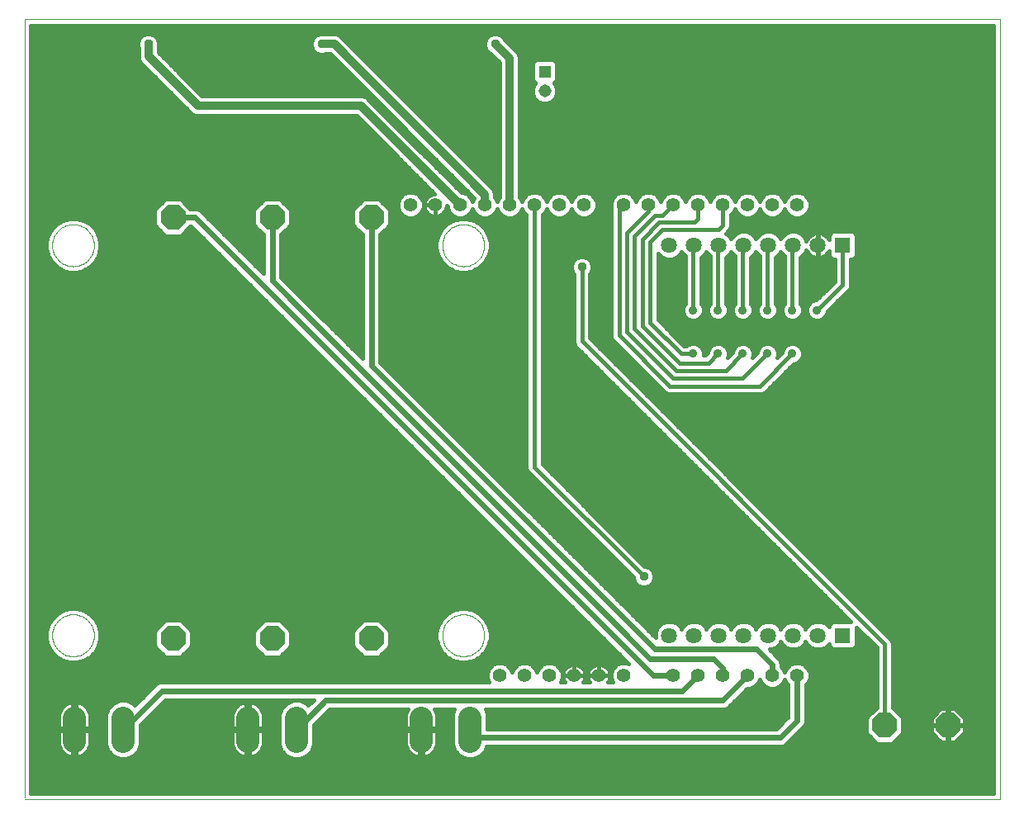
<source format=gbl>
G75*
G70*
%OFA0B0*%
%FSLAX24Y24*%
%IPPOS*%
%LPD*%
%AMOC8*
5,1,8,0,0,1.08239X$1,22.5*
%
%ADD10C,0.0000*%
%ADD11OC8,0.1000*%
%ADD12R,0.0643X0.0643*%
%ADD13C,0.0643*%
%ADD14C,0.0551*%
%ADD15C,0.0937*%
%ADD16R,0.0515X0.0515*%
%ADD17C,0.0515*%
%ADD18C,0.0160*%
%ADD19C,0.0375*%
%ADD20C,0.0240*%
%ADD21C,0.0350*%
%ADD22C,0.0320*%
D10*
X000800Y004800D02*
X040170Y004800D01*
X040170Y036296D01*
X000800Y036296D01*
X000800Y004863D01*
X001922Y011426D02*
X001924Y011484D01*
X001930Y011541D01*
X001940Y011598D01*
X001953Y011654D01*
X001971Y011709D01*
X001992Y011763D01*
X002017Y011815D01*
X002045Y011866D01*
X002077Y011914D01*
X002112Y011960D01*
X002150Y012003D01*
X002191Y012044D01*
X002234Y012082D01*
X002280Y012117D01*
X002328Y012149D01*
X002379Y012177D01*
X002431Y012202D01*
X002485Y012223D01*
X002540Y012241D01*
X002596Y012254D01*
X002653Y012264D01*
X002710Y012270D01*
X002768Y012272D01*
X002826Y012270D01*
X002883Y012264D01*
X002940Y012254D01*
X002996Y012241D01*
X003051Y012223D01*
X003105Y012202D01*
X003157Y012177D01*
X003208Y012149D01*
X003256Y012117D01*
X003302Y012082D01*
X003345Y012044D01*
X003386Y012003D01*
X003424Y011960D01*
X003459Y011914D01*
X003491Y011866D01*
X003519Y011815D01*
X003544Y011763D01*
X003565Y011709D01*
X003583Y011654D01*
X003596Y011598D01*
X003606Y011541D01*
X003612Y011484D01*
X003614Y011426D01*
X003612Y011368D01*
X003606Y011311D01*
X003596Y011254D01*
X003583Y011198D01*
X003565Y011143D01*
X003544Y011089D01*
X003519Y011037D01*
X003491Y010986D01*
X003459Y010938D01*
X003424Y010892D01*
X003386Y010849D01*
X003345Y010808D01*
X003302Y010770D01*
X003256Y010735D01*
X003208Y010703D01*
X003157Y010675D01*
X003105Y010650D01*
X003051Y010629D01*
X002996Y010611D01*
X002940Y010598D01*
X002883Y010588D01*
X002826Y010582D01*
X002768Y010580D01*
X002710Y010582D01*
X002653Y010588D01*
X002596Y010598D01*
X002540Y010611D01*
X002485Y010629D01*
X002431Y010650D01*
X002379Y010675D01*
X002328Y010703D01*
X002280Y010735D01*
X002234Y010770D01*
X002191Y010808D01*
X002150Y010849D01*
X002112Y010892D01*
X002077Y010938D01*
X002045Y010986D01*
X002017Y011037D01*
X001992Y011089D01*
X001971Y011143D01*
X001953Y011198D01*
X001940Y011254D01*
X001930Y011311D01*
X001924Y011368D01*
X001922Y011426D01*
X017670Y011426D02*
X017672Y011484D01*
X017678Y011541D01*
X017688Y011598D01*
X017701Y011654D01*
X017719Y011709D01*
X017740Y011763D01*
X017765Y011815D01*
X017793Y011866D01*
X017825Y011914D01*
X017860Y011960D01*
X017898Y012003D01*
X017939Y012044D01*
X017982Y012082D01*
X018028Y012117D01*
X018076Y012149D01*
X018127Y012177D01*
X018179Y012202D01*
X018233Y012223D01*
X018288Y012241D01*
X018344Y012254D01*
X018401Y012264D01*
X018458Y012270D01*
X018516Y012272D01*
X018574Y012270D01*
X018631Y012264D01*
X018688Y012254D01*
X018744Y012241D01*
X018799Y012223D01*
X018853Y012202D01*
X018905Y012177D01*
X018956Y012149D01*
X019004Y012117D01*
X019050Y012082D01*
X019093Y012044D01*
X019134Y012003D01*
X019172Y011960D01*
X019207Y011914D01*
X019239Y011866D01*
X019267Y011815D01*
X019292Y011763D01*
X019313Y011709D01*
X019331Y011654D01*
X019344Y011598D01*
X019354Y011541D01*
X019360Y011484D01*
X019362Y011426D01*
X019360Y011368D01*
X019354Y011311D01*
X019344Y011254D01*
X019331Y011198D01*
X019313Y011143D01*
X019292Y011089D01*
X019267Y011037D01*
X019239Y010986D01*
X019207Y010938D01*
X019172Y010892D01*
X019134Y010849D01*
X019093Y010808D01*
X019050Y010770D01*
X019004Y010735D01*
X018956Y010703D01*
X018905Y010675D01*
X018853Y010650D01*
X018799Y010629D01*
X018744Y010611D01*
X018688Y010598D01*
X018631Y010588D01*
X018574Y010582D01*
X018516Y010580D01*
X018458Y010582D01*
X018401Y010588D01*
X018344Y010598D01*
X018288Y010611D01*
X018233Y010629D01*
X018179Y010650D01*
X018127Y010675D01*
X018076Y010703D01*
X018028Y010735D01*
X017982Y010770D01*
X017939Y010808D01*
X017898Y010849D01*
X017860Y010892D01*
X017825Y010938D01*
X017793Y010986D01*
X017765Y011037D01*
X017740Y011089D01*
X017719Y011143D01*
X017701Y011198D01*
X017688Y011254D01*
X017678Y011311D01*
X017672Y011368D01*
X017670Y011426D01*
X017670Y027174D02*
X017672Y027232D01*
X017678Y027289D01*
X017688Y027346D01*
X017701Y027402D01*
X017719Y027457D01*
X017740Y027511D01*
X017765Y027563D01*
X017793Y027614D01*
X017825Y027662D01*
X017860Y027708D01*
X017898Y027751D01*
X017939Y027792D01*
X017982Y027830D01*
X018028Y027865D01*
X018076Y027897D01*
X018127Y027925D01*
X018179Y027950D01*
X018233Y027971D01*
X018288Y027989D01*
X018344Y028002D01*
X018401Y028012D01*
X018458Y028018D01*
X018516Y028020D01*
X018574Y028018D01*
X018631Y028012D01*
X018688Y028002D01*
X018744Y027989D01*
X018799Y027971D01*
X018853Y027950D01*
X018905Y027925D01*
X018956Y027897D01*
X019004Y027865D01*
X019050Y027830D01*
X019093Y027792D01*
X019134Y027751D01*
X019172Y027708D01*
X019207Y027662D01*
X019239Y027614D01*
X019267Y027563D01*
X019292Y027511D01*
X019313Y027457D01*
X019331Y027402D01*
X019344Y027346D01*
X019354Y027289D01*
X019360Y027232D01*
X019362Y027174D01*
X019360Y027116D01*
X019354Y027059D01*
X019344Y027002D01*
X019331Y026946D01*
X019313Y026891D01*
X019292Y026837D01*
X019267Y026785D01*
X019239Y026734D01*
X019207Y026686D01*
X019172Y026640D01*
X019134Y026597D01*
X019093Y026556D01*
X019050Y026518D01*
X019004Y026483D01*
X018956Y026451D01*
X018905Y026423D01*
X018853Y026398D01*
X018799Y026377D01*
X018744Y026359D01*
X018688Y026346D01*
X018631Y026336D01*
X018574Y026330D01*
X018516Y026328D01*
X018458Y026330D01*
X018401Y026336D01*
X018344Y026346D01*
X018288Y026359D01*
X018233Y026377D01*
X018179Y026398D01*
X018127Y026423D01*
X018076Y026451D01*
X018028Y026483D01*
X017982Y026518D01*
X017939Y026556D01*
X017898Y026597D01*
X017860Y026640D01*
X017825Y026686D01*
X017793Y026734D01*
X017765Y026785D01*
X017740Y026837D01*
X017719Y026891D01*
X017701Y026946D01*
X017688Y027002D01*
X017678Y027059D01*
X017672Y027116D01*
X017670Y027174D01*
X001922Y027174D02*
X001924Y027232D01*
X001930Y027289D01*
X001940Y027346D01*
X001953Y027402D01*
X001971Y027457D01*
X001992Y027511D01*
X002017Y027563D01*
X002045Y027614D01*
X002077Y027662D01*
X002112Y027708D01*
X002150Y027751D01*
X002191Y027792D01*
X002234Y027830D01*
X002280Y027865D01*
X002328Y027897D01*
X002379Y027925D01*
X002431Y027950D01*
X002485Y027971D01*
X002540Y027989D01*
X002596Y028002D01*
X002653Y028012D01*
X002710Y028018D01*
X002768Y028020D01*
X002826Y028018D01*
X002883Y028012D01*
X002940Y028002D01*
X002996Y027989D01*
X003051Y027971D01*
X003105Y027950D01*
X003157Y027925D01*
X003208Y027897D01*
X003256Y027865D01*
X003302Y027830D01*
X003345Y027792D01*
X003386Y027751D01*
X003424Y027708D01*
X003459Y027662D01*
X003491Y027614D01*
X003519Y027563D01*
X003544Y027511D01*
X003565Y027457D01*
X003583Y027402D01*
X003596Y027346D01*
X003606Y027289D01*
X003612Y027232D01*
X003614Y027174D01*
X003612Y027116D01*
X003606Y027059D01*
X003596Y027002D01*
X003583Y026946D01*
X003565Y026891D01*
X003544Y026837D01*
X003519Y026785D01*
X003491Y026734D01*
X003459Y026686D01*
X003424Y026640D01*
X003386Y026597D01*
X003345Y026556D01*
X003302Y026518D01*
X003256Y026483D01*
X003208Y026451D01*
X003157Y026423D01*
X003105Y026398D01*
X003051Y026377D01*
X002996Y026359D01*
X002940Y026346D01*
X002883Y026336D01*
X002826Y026330D01*
X002768Y026328D01*
X002710Y026330D01*
X002653Y026336D01*
X002596Y026346D01*
X002540Y026359D01*
X002485Y026377D01*
X002431Y026398D01*
X002379Y026423D01*
X002328Y026451D01*
X002280Y026483D01*
X002234Y026518D01*
X002191Y026556D01*
X002150Y026597D01*
X002112Y026640D01*
X002077Y026686D01*
X002045Y026734D01*
X002017Y026785D01*
X001992Y026837D01*
X001971Y026891D01*
X001953Y026946D01*
X001940Y027002D01*
X001930Y027059D01*
X001924Y027116D01*
X001922Y027174D01*
D11*
X006800Y028300D03*
X010800Y028300D03*
X014800Y028300D03*
X014800Y011300D03*
X010800Y011300D03*
X006800Y011300D03*
X035520Y007800D03*
X038080Y007800D03*
D12*
X033827Y011426D03*
X033827Y027174D03*
D13*
X032827Y027174D03*
X031827Y027174D03*
X030827Y027174D03*
X029827Y027174D03*
X028827Y027174D03*
X027827Y027174D03*
X026827Y027174D03*
X026827Y011426D03*
X027827Y011426D03*
X028827Y011426D03*
X029827Y011426D03*
X030827Y011426D03*
X031827Y011426D03*
X032827Y011426D03*
D14*
X031985Y009800D03*
X030985Y009800D03*
X029985Y009800D03*
X028985Y009800D03*
X027985Y009800D03*
X026985Y009800D03*
X024985Y009800D03*
X023985Y009800D03*
X022985Y009800D03*
X021985Y009800D03*
X020985Y009800D03*
X019985Y009800D03*
X020385Y028800D03*
X021385Y028800D03*
X022385Y028800D03*
X023385Y028800D03*
X024985Y028800D03*
X025985Y028800D03*
X026985Y028800D03*
X027985Y028800D03*
X028985Y028800D03*
X029985Y028800D03*
X030985Y028800D03*
X031985Y028800D03*
X019385Y028800D03*
X018385Y028800D03*
X017385Y028800D03*
X016385Y028800D03*
D15*
X016816Y008091D02*
X016816Y007154D01*
X018784Y007154D02*
X018784Y008091D01*
X011784Y008091D02*
X011784Y007154D01*
X009816Y007154D02*
X009816Y008091D01*
X004784Y008091D02*
X004784Y007154D01*
X002816Y007154D02*
X002816Y008091D01*
D16*
X021800Y034194D03*
D17*
X021800Y033406D03*
D18*
X022182Y033728D02*
X022193Y033733D01*
X022261Y033800D01*
X022297Y033888D01*
X022297Y034499D01*
X022261Y034587D01*
X022193Y034655D01*
X022105Y034691D01*
X021495Y034691D01*
X021406Y034655D01*
X021339Y034587D01*
X021302Y034499D01*
X021302Y033888D01*
X021339Y033800D01*
X021406Y033733D01*
X021418Y033728D01*
X021378Y033688D01*
X021302Y033505D01*
X021302Y033307D01*
X021378Y033124D01*
X021518Y032985D01*
X021701Y032909D01*
X021899Y032909D01*
X022082Y032985D01*
X022222Y033124D01*
X022297Y033307D01*
X022297Y033505D01*
X022222Y033688D01*
X022182Y033728D01*
X022239Y033647D02*
X039930Y033647D01*
X039930Y033489D02*
X022297Y033489D01*
X022297Y033330D02*
X039930Y033330D01*
X039930Y033172D02*
X022241Y033172D01*
X022110Y033013D02*
X039930Y033013D01*
X039930Y032855D02*
X020785Y032855D01*
X020785Y033013D02*
X021489Y033013D01*
X021359Y033172D02*
X020785Y033172D01*
X020785Y033330D02*
X021302Y033330D01*
X021302Y033489D02*
X020785Y033489D01*
X020785Y033647D02*
X021361Y033647D01*
X021337Y033806D02*
X020785Y033806D01*
X020785Y033964D02*
X021302Y033964D01*
X021302Y034123D02*
X020785Y034123D01*
X020785Y034281D02*
X021302Y034281D01*
X021302Y034440D02*
X020785Y034440D01*
X020785Y034598D02*
X021350Y034598D01*
X020785Y034757D02*
X039930Y034757D01*
X039930Y034915D02*
X020735Y034915D01*
X020724Y034942D02*
X020190Y035476D01*
X020162Y035542D01*
X020042Y035662D01*
X019885Y035727D01*
X019715Y035727D01*
X019558Y035662D01*
X019437Y035542D01*
X019372Y035385D01*
X019372Y035215D01*
X019437Y035058D01*
X019558Y034938D01*
X019624Y034910D01*
X019985Y034549D01*
X019985Y029129D01*
X019948Y029092D01*
X019885Y028940D01*
X019822Y029092D01*
X019785Y029129D01*
X019785Y029295D01*
X019724Y029442D01*
X013639Y035527D01*
X013526Y035639D01*
X013379Y035700D01*
X012951Y035700D01*
X012885Y035727D01*
X012715Y035727D01*
X012558Y035662D01*
X012437Y035542D01*
X012372Y035385D01*
X012372Y035215D01*
X012437Y035058D01*
X012558Y034938D01*
X012715Y034873D01*
X012885Y034873D01*
X012951Y034900D01*
X013134Y034900D01*
X018946Y029088D01*
X018885Y028940D01*
X018822Y029092D01*
X018677Y029237D01*
X018487Y029316D01*
X018435Y029316D01*
X014724Y033027D01*
X014611Y033139D01*
X014464Y033200D01*
X007965Y033200D01*
X006200Y034966D01*
X006200Y035149D01*
X006227Y035215D01*
X006227Y035385D01*
X006162Y035542D01*
X006042Y035662D01*
X005885Y035727D01*
X005715Y035727D01*
X005558Y035662D01*
X005437Y035542D01*
X005372Y035385D01*
X005372Y035215D01*
X005400Y035149D01*
X005400Y034720D01*
X005461Y034573D01*
X007461Y032573D01*
X007573Y032461D01*
X007720Y032400D01*
X014219Y032400D01*
X017364Y029256D01*
X017349Y029256D01*
X017278Y029244D01*
X017210Y029222D01*
X017146Y029190D01*
X017088Y029148D01*
X017037Y029097D01*
X016995Y029039D01*
X016963Y028975D01*
X016940Y028907D01*
X016929Y028836D01*
X016929Y028800D01*
X017385Y028800D01*
X017385Y028344D01*
X017421Y028344D01*
X017491Y028356D01*
X017560Y028378D01*
X017624Y028410D01*
X017682Y028452D01*
X017732Y028503D01*
X017774Y028561D01*
X017807Y028625D01*
X017829Y028693D01*
X017840Y028764D01*
X017840Y028779D01*
X017869Y028750D01*
X017869Y028697D01*
X017948Y028508D01*
X018093Y028363D01*
X018282Y028284D01*
X018487Y028284D01*
X018677Y028363D01*
X018822Y028508D01*
X018885Y028660D01*
X018948Y028508D01*
X019093Y028363D01*
X019282Y028284D01*
X019487Y028284D01*
X019677Y028363D01*
X019822Y028508D01*
X019885Y028660D01*
X019948Y028508D01*
X020093Y028363D01*
X020282Y028284D01*
X020487Y028284D01*
X020677Y028363D01*
X020822Y028508D01*
X020885Y028660D01*
X020948Y028508D01*
X021065Y028391D01*
X021065Y018151D01*
X021114Y018034D01*
X025372Y013775D01*
X025372Y013715D01*
X025437Y013558D01*
X025558Y013438D01*
X025715Y013373D01*
X025885Y013373D01*
X026042Y013438D01*
X026162Y013558D01*
X026227Y013715D01*
X026227Y013885D01*
X026162Y014042D01*
X026042Y014162D01*
X025885Y014227D01*
X025825Y014227D01*
X021705Y018348D01*
X021705Y028391D01*
X021822Y028508D01*
X021885Y028660D01*
X021948Y028508D01*
X022093Y028363D01*
X022282Y028284D01*
X022487Y028284D01*
X022677Y028363D01*
X022822Y028508D01*
X022885Y028660D01*
X022948Y028508D01*
X023093Y028363D01*
X023282Y028284D01*
X023487Y028284D01*
X023677Y028363D01*
X023822Y028508D01*
X023900Y028697D01*
X023900Y028903D01*
X023822Y029092D01*
X023677Y029237D01*
X023487Y029316D01*
X023282Y029316D01*
X023093Y029237D01*
X022948Y029092D01*
X022885Y028940D01*
X022822Y029092D01*
X022677Y029237D01*
X022487Y029316D01*
X022282Y029316D01*
X022093Y029237D01*
X021948Y029092D01*
X021885Y028940D01*
X021822Y029092D01*
X021677Y029237D01*
X021487Y029316D01*
X021282Y029316D01*
X021093Y029237D01*
X020948Y029092D01*
X020885Y028940D01*
X020822Y029092D01*
X020785Y029129D01*
X020785Y034795D01*
X020724Y034942D01*
X020592Y035074D02*
X039930Y035074D01*
X039930Y035232D02*
X020433Y035232D01*
X020275Y035391D02*
X039930Y035391D01*
X039930Y035549D02*
X020155Y035549D01*
X019933Y035708D02*
X039930Y035708D01*
X039930Y035866D02*
X001040Y035866D01*
X001040Y035708D02*
X005667Y035708D01*
X005933Y035708D02*
X012667Y035708D01*
X012933Y035708D02*
X019667Y035708D01*
X019444Y035549D02*
X013616Y035549D01*
X013775Y035391D02*
X019375Y035391D01*
X019372Y035232D02*
X013933Y035232D01*
X014092Y035074D02*
X019431Y035074D01*
X019612Y034915D02*
X014250Y034915D01*
X014409Y034757D02*
X019778Y034757D01*
X019936Y034598D02*
X014567Y034598D01*
X014726Y034440D02*
X019985Y034440D01*
X019985Y034281D02*
X014884Y034281D01*
X015043Y034123D02*
X019985Y034123D01*
X019985Y033964D02*
X015201Y033964D01*
X015360Y033806D02*
X019985Y033806D01*
X019985Y033647D02*
X015518Y033647D01*
X015677Y033489D02*
X019985Y033489D01*
X019985Y033330D02*
X015835Y033330D01*
X015994Y033172D02*
X019985Y033172D01*
X019985Y033013D02*
X016152Y033013D01*
X016311Y032855D02*
X019985Y032855D01*
X019985Y032696D02*
X016469Y032696D01*
X016628Y032538D02*
X019985Y032538D01*
X019985Y032379D02*
X016786Y032379D01*
X016945Y032221D02*
X019985Y032221D01*
X019985Y032062D02*
X017103Y032062D01*
X017262Y031904D02*
X019985Y031904D01*
X019985Y031745D02*
X017420Y031745D01*
X017579Y031587D02*
X019985Y031587D01*
X019985Y031428D02*
X017737Y031428D01*
X017896Y031270D02*
X019985Y031270D01*
X019985Y031111D02*
X018054Y031111D01*
X018213Y030953D02*
X019985Y030953D01*
X019985Y030794D02*
X018371Y030794D01*
X018530Y030636D02*
X019985Y030636D01*
X019985Y030477D02*
X018688Y030477D01*
X018847Y030319D02*
X019985Y030319D01*
X019985Y030160D02*
X019005Y030160D01*
X019164Y030002D02*
X019985Y030002D01*
X019985Y029843D02*
X019322Y029843D01*
X019481Y029685D02*
X019985Y029685D01*
X019985Y029526D02*
X019639Y029526D01*
X019755Y029368D02*
X019985Y029368D01*
X019985Y029209D02*
X019785Y029209D01*
X019839Y029051D02*
X019931Y029051D01*
X019920Y028575D02*
X019850Y028575D01*
X019730Y028417D02*
X020039Y028417D01*
X020730Y028417D02*
X021039Y028417D01*
X021065Y028258D02*
X018668Y028258D01*
X018659Y028260D02*
X018373Y028260D01*
X018097Y028186D01*
X017849Y028043D01*
X017647Y027841D01*
X017504Y027593D01*
X017430Y027317D01*
X017430Y027031D01*
X017504Y026755D01*
X017647Y026507D01*
X017849Y026305D01*
X018097Y026162D01*
X018373Y026088D01*
X018659Y026088D01*
X018936Y026162D01*
X019183Y026305D01*
X019386Y026507D01*
X019529Y026755D01*
X019603Y027031D01*
X019603Y027317D01*
X019529Y027593D01*
X019386Y027841D01*
X019183Y028043D01*
X018936Y028186D01*
X018659Y028260D01*
X018730Y028417D02*
X019039Y028417D01*
X018920Y028575D02*
X018850Y028575D01*
X019086Y028100D02*
X021065Y028100D01*
X021065Y027941D02*
X019286Y027941D01*
X019420Y027783D02*
X021065Y027783D01*
X021065Y027624D02*
X019511Y027624D01*
X019563Y027466D02*
X021065Y027466D01*
X021065Y027307D02*
X019603Y027307D01*
X019603Y027149D02*
X021065Y027149D01*
X021065Y026990D02*
X019592Y026990D01*
X019549Y026832D02*
X021065Y026832D01*
X021065Y026673D02*
X019482Y026673D01*
X019390Y026515D02*
X021065Y026515D01*
X021065Y026356D02*
X019235Y026356D01*
X018998Y026198D02*
X021065Y026198D01*
X021065Y026039D02*
X015160Y026039D01*
X015160Y025881D02*
X021065Y025881D01*
X021065Y025722D02*
X015160Y025722D01*
X015160Y025564D02*
X021065Y025564D01*
X021065Y025405D02*
X015160Y025405D01*
X015160Y025247D02*
X021065Y025247D01*
X021065Y025088D02*
X015160Y025088D01*
X015160Y024930D02*
X021065Y024930D01*
X021065Y024771D02*
X015160Y024771D01*
X015160Y024613D02*
X021065Y024613D01*
X021065Y024454D02*
X015160Y024454D01*
X015160Y024296D02*
X021065Y024296D01*
X021065Y024137D02*
X015160Y024137D01*
X015160Y023979D02*
X021065Y023979D01*
X021065Y023820D02*
X015160Y023820D01*
X015160Y023662D02*
X021065Y023662D01*
X021065Y023503D02*
X015160Y023503D01*
X015160Y023345D02*
X021065Y023345D01*
X021065Y023186D02*
X015160Y023186D01*
X015160Y023028D02*
X021065Y023028D01*
X021065Y022869D02*
X015160Y022869D01*
X015160Y022711D02*
X021065Y022711D01*
X021065Y022552D02*
X015160Y022552D01*
X015160Y022449D02*
X015160Y027613D01*
X015540Y027993D01*
X015540Y028607D01*
X015106Y029040D01*
X014493Y029040D01*
X014060Y028607D01*
X014060Y027993D01*
X014440Y027613D01*
X014440Y022607D01*
X011160Y025887D01*
X011160Y027613D01*
X011540Y027993D01*
X011540Y028607D01*
X011106Y029040D01*
X010493Y029040D01*
X010060Y028607D01*
X010060Y027993D01*
X010440Y027613D01*
X010440Y026044D01*
X007879Y028605D01*
X007746Y028660D01*
X007486Y028660D01*
X007106Y029040D01*
X006493Y029040D01*
X006060Y028607D01*
X006060Y027993D01*
X006493Y027560D01*
X007106Y027560D01*
X007486Y027940D01*
X007526Y027940D01*
X025194Y010271D01*
X025087Y010316D01*
X024882Y010316D01*
X024693Y010237D01*
X024548Y010092D01*
X024469Y009903D01*
X024469Y009697D01*
X024536Y009535D01*
X024355Y009535D01*
X024374Y009561D01*
X024407Y009625D01*
X024429Y009693D01*
X024440Y009764D01*
X024440Y009800D01*
X024440Y009836D01*
X024429Y009907D01*
X024407Y009975D01*
X024374Y010039D01*
X024332Y010097D01*
X024282Y010148D01*
X024224Y010190D01*
X024160Y010222D01*
X024091Y010244D01*
X024021Y010256D01*
X023985Y010256D01*
X023985Y009800D01*
X024440Y009800D01*
X023985Y009800D01*
X023985Y009800D01*
X023985Y009800D01*
X023985Y010256D01*
X023949Y010256D01*
X023878Y010244D01*
X023810Y010222D01*
X023746Y010190D01*
X023688Y010148D01*
X023637Y010097D01*
X023595Y010039D01*
X023563Y009975D01*
X023540Y009907D01*
X023529Y009836D01*
X023529Y009800D01*
X023985Y009800D01*
X023529Y009800D01*
X023529Y009764D01*
X023540Y009693D01*
X023563Y009625D01*
X023595Y009561D01*
X023614Y009535D01*
X023355Y009535D01*
X023374Y009561D01*
X023407Y009625D01*
X023429Y009693D01*
X023440Y009764D01*
X023440Y009800D01*
X023440Y009836D01*
X023429Y009907D01*
X023407Y009975D01*
X023374Y010039D01*
X023332Y010097D01*
X023282Y010148D01*
X023224Y010190D01*
X023160Y010222D01*
X023091Y010244D01*
X023021Y010256D01*
X022985Y010256D01*
X022985Y009800D01*
X023440Y009800D01*
X022985Y009800D01*
X022985Y009800D01*
X022985Y009800D01*
X022985Y010256D01*
X022949Y010256D01*
X022878Y010244D01*
X022810Y010222D01*
X022746Y010190D01*
X022688Y010148D01*
X022637Y010097D01*
X022595Y010039D01*
X022563Y009975D01*
X022540Y009907D01*
X022529Y009836D01*
X022529Y009800D01*
X022985Y009800D01*
X022529Y009800D01*
X022529Y009764D01*
X022540Y009693D01*
X022563Y009625D01*
X022595Y009561D01*
X022614Y009535D01*
X022433Y009535D01*
X022500Y009697D01*
X022500Y009903D01*
X022422Y010092D01*
X022277Y010237D01*
X022087Y010316D01*
X021882Y010316D01*
X021693Y010237D01*
X021548Y010092D01*
X021485Y009940D01*
X021422Y010092D01*
X021277Y010237D01*
X021087Y010316D01*
X020882Y010316D01*
X020693Y010237D01*
X020548Y010092D01*
X020485Y009940D01*
X020422Y010092D01*
X020277Y010237D01*
X020087Y010316D01*
X019882Y010316D01*
X019693Y010237D01*
X019548Y010092D01*
X019469Y009903D01*
X019469Y009697D01*
X019536Y009535D01*
X006265Y009535D01*
X006132Y009480D01*
X005265Y008613D01*
X005185Y008692D01*
X004925Y008800D01*
X004643Y008800D01*
X004383Y008692D01*
X004183Y008493D01*
X004076Y008232D01*
X004076Y007013D01*
X004183Y006753D01*
X004383Y006554D01*
X004643Y006446D01*
X004925Y006446D01*
X005185Y006554D01*
X005385Y006753D01*
X005493Y007013D01*
X005493Y007822D01*
X006485Y008815D01*
X012467Y008815D01*
X012265Y008613D01*
X012185Y008692D01*
X011925Y008800D01*
X011643Y008800D01*
X011383Y008692D01*
X011183Y008493D01*
X011076Y008232D01*
X011076Y007013D01*
X011183Y006753D01*
X011383Y006554D01*
X011643Y006446D01*
X011925Y006446D01*
X012185Y006554D01*
X012385Y006753D01*
X012493Y007013D01*
X012493Y007822D01*
X013110Y008440D01*
X016268Y008440D01*
X016233Y008379D01*
X016200Y008300D01*
X016178Y008218D01*
X016167Y008134D01*
X016167Y007681D01*
X016758Y007681D01*
X016758Y007565D01*
X016873Y007565D01*
X016873Y006508D01*
X016942Y006517D01*
X017024Y006539D01*
X017103Y006571D01*
X017177Y006614D01*
X017244Y006666D01*
X017304Y006726D01*
X017356Y006793D01*
X017398Y006867D01*
X017431Y006945D01*
X017453Y007028D01*
X017464Y007112D01*
X017464Y007565D01*
X016873Y007565D01*
X016873Y007681D01*
X017464Y007681D01*
X017464Y008134D01*
X017453Y008218D01*
X017431Y008300D01*
X017398Y008379D01*
X017363Y008440D01*
X018162Y008440D01*
X018076Y008232D01*
X018076Y007013D01*
X018183Y006753D01*
X018383Y006554D01*
X018643Y006446D01*
X018925Y006446D01*
X019185Y006554D01*
X019385Y006753D01*
X019462Y006940D01*
X031371Y006940D01*
X031504Y006995D01*
X031605Y007096D01*
X032290Y007781D01*
X032345Y007913D01*
X032345Y009431D01*
X032422Y009508D01*
X032500Y009697D01*
X032500Y009903D01*
X032422Y010092D01*
X032277Y010237D01*
X032087Y010316D01*
X031882Y010316D01*
X031693Y010237D01*
X031548Y010092D01*
X031485Y009940D01*
X031422Y010092D01*
X031345Y010169D01*
X031345Y010312D01*
X031290Y010444D01*
X030869Y010865D01*
X030939Y010865D01*
X031145Y010950D01*
X031303Y011108D01*
X031327Y011166D01*
X031352Y011108D01*
X031509Y010950D01*
X031716Y010865D01*
X031939Y010865D01*
X032145Y010950D01*
X032303Y011108D01*
X032327Y011166D01*
X032352Y011108D01*
X032509Y010950D01*
X032716Y010865D01*
X032939Y010865D01*
X033145Y010950D01*
X033266Y011071D01*
X033266Y011057D01*
X033303Y010969D01*
X033370Y010901D01*
X033458Y010865D01*
X034196Y010865D01*
X034285Y010901D01*
X034352Y010969D01*
X034389Y011057D01*
X034389Y011759D01*
X035200Y010947D01*
X035200Y008527D01*
X034780Y008107D01*
X034780Y007493D01*
X035213Y007060D01*
X035826Y007060D01*
X036260Y007493D01*
X036260Y008107D01*
X035840Y008527D01*
X035840Y011144D01*
X035791Y011261D01*
X023620Y023433D01*
X023620Y026015D01*
X023662Y026058D01*
X023727Y026215D01*
X023727Y026385D01*
X023662Y026542D01*
X023542Y026662D01*
X023385Y026727D01*
X023215Y026727D01*
X023058Y026662D01*
X022937Y026542D01*
X022872Y026385D01*
X022872Y026215D01*
X022937Y026058D01*
X022980Y026015D01*
X022980Y023236D01*
X023028Y023119D01*
X034160Y011987D01*
X033458Y011987D01*
X033370Y011951D01*
X033303Y011883D01*
X033266Y011795D01*
X033266Y011781D01*
X033145Y011902D01*
X032939Y011987D01*
X032716Y011987D01*
X032509Y011902D01*
X032352Y011744D01*
X032327Y011686D01*
X032303Y011744D01*
X032145Y011902D01*
X031939Y011987D01*
X031716Y011987D01*
X031509Y011902D01*
X031352Y011744D01*
X031327Y011686D01*
X031303Y011744D01*
X031145Y011902D01*
X030939Y011987D01*
X030716Y011987D01*
X030509Y011902D01*
X030352Y011744D01*
X030327Y011686D01*
X030303Y011744D01*
X030145Y011902D01*
X029939Y011987D01*
X029716Y011987D01*
X029509Y011902D01*
X029352Y011744D01*
X029327Y011686D01*
X029303Y011744D01*
X029145Y011902D01*
X028939Y011987D01*
X028716Y011987D01*
X028509Y011902D01*
X028352Y011744D01*
X028327Y011686D01*
X028303Y011744D01*
X028145Y011902D01*
X027939Y011987D01*
X027716Y011987D01*
X027509Y011902D01*
X027352Y011744D01*
X027327Y011686D01*
X027303Y011744D01*
X027145Y011902D01*
X026939Y011987D01*
X026716Y011987D01*
X026509Y011902D01*
X026352Y011744D01*
X026266Y011538D01*
X026266Y011343D01*
X015160Y022449D01*
X015215Y022394D02*
X021065Y022394D01*
X021065Y022235D02*
X015374Y022235D01*
X015532Y022077D02*
X021065Y022077D01*
X021065Y021918D02*
X015691Y021918D01*
X015849Y021760D02*
X021065Y021760D01*
X021065Y021601D02*
X016008Y021601D01*
X016166Y021443D02*
X021065Y021443D01*
X021065Y021284D02*
X016325Y021284D01*
X016483Y021126D02*
X021065Y021126D01*
X021065Y020967D02*
X016642Y020967D01*
X016800Y020809D02*
X021065Y020809D01*
X021065Y020650D02*
X016959Y020650D01*
X017117Y020492D02*
X021065Y020492D01*
X021065Y020333D02*
X017276Y020333D01*
X017434Y020175D02*
X021065Y020175D01*
X021065Y020016D02*
X017593Y020016D01*
X017751Y019858D02*
X021065Y019858D01*
X021065Y019699D02*
X017910Y019699D01*
X018068Y019541D02*
X021065Y019541D01*
X021065Y019382D02*
X018227Y019382D01*
X018385Y019224D02*
X021065Y019224D01*
X021065Y019065D02*
X018544Y019065D01*
X018702Y018907D02*
X021065Y018907D01*
X021065Y018748D02*
X018861Y018748D01*
X019019Y018590D02*
X021065Y018590D01*
X021065Y018431D02*
X019178Y018431D01*
X019336Y018273D02*
X021065Y018273D01*
X021080Y018114D02*
X019495Y018114D01*
X019653Y017956D02*
X021192Y017956D01*
X021350Y017797D02*
X019812Y017797D01*
X019970Y017639D02*
X021509Y017639D01*
X021667Y017480D02*
X020129Y017480D01*
X020287Y017322D02*
X021826Y017322D01*
X021984Y017163D02*
X020446Y017163D01*
X020604Y017005D02*
X022143Y017005D01*
X022301Y016846D02*
X020763Y016846D01*
X020921Y016688D02*
X022460Y016688D01*
X022618Y016529D02*
X021080Y016529D01*
X021238Y016371D02*
X022777Y016371D01*
X022935Y016212D02*
X021397Y016212D01*
X021555Y016054D02*
X023094Y016054D01*
X023252Y015895D02*
X021714Y015895D01*
X021872Y015737D02*
X023411Y015737D01*
X023569Y015578D02*
X022031Y015578D01*
X022189Y015420D02*
X023728Y015420D01*
X023886Y015261D02*
X022348Y015261D01*
X022506Y015103D02*
X024045Y015103D01*
X024203Y014944D02*
X022665Y014944D01*
X022823Y014786D02*
X024362Y014786D01*
X024520Y014627D02*
X022982Y014627D01*
X023140Y014469D02*
X024679Y014469D01*
X024837Y014310D02*
X023299Y014310D01*
X023457Y014152D02*
X024996Y014152D01*
X025154Y013993D02*
X023616Y013993D01*
X023774Y013835D02*
X025313Y013835D01*
X025388Y013676D02*
X023933Y013676D01*
X024091Y013518D02*
X025478Y013518D01*
X025800Y013800D02*
X021385Y018215D01*
X021385Y028800D01*
X021730Y028417D02*
X022039Y028417D01*
X021920Y028575D02*
X021850Y028575D01*
X021705Y028258D02*
X024480Y028258D01*
X024480Y028100D02*
X021705Y028100D01*
X021705Y027941D02*
X024480Y027941D01*
X024480Y027783D02*
X021705Y027783D01*
X021705Y027624D02*
X024480Y027624D01*
X024480Y027466D02*
X021705Y027466D01*
X021705Y027307D02*
X024480Y027307D01*
X024480Y027149D02*
X021705Y027149D01*
X021705Y026990D02*
X024480Y026990D01*
X024480Y026832D02*
X021705Y026832D01*
X021705Y026673D02*
X023083Y026673D01*
X022926Y026515D02*
X021705Y026515D01*
X021705Y026356D02*
X022872Y026356D01*
X022879Y026198D02*
X021705Y026198D01*
X021705Y026039D02*
X022956Y026039D01*
X022980Y025881D02*
X021705Y025881D01*
X021705Y025722D02*
X022980Y025722D01*
X022980Y025564D02*
X021705Y025564D01*
X021705Y025405D02*
X022980Y025405D01*
X022980Y025247D02*
X021705Y025247D01*
X021705Y025088D02*
X022980Y025088D01*
X022980Y024930D02*
X021705Y024930D01*
X021705Y024771D02*
X022980Y024771D01*
X022980Y024613D02*
X021705Y024613D01*
X021705Y024454D02*
X022980Y024454D01*
X022980Y024296D02*
X021705Y024296D01*
X021705Y024137D02*
X022980Y024137D01*
X022980Y023979D02*
X021705Y023979D01*
X021705Y023820D02*
X022980Y023820D01*
X022980Y023662D02*
X021705Y023662D01*
X021705Y023503D02*
X022980Y023503D01*
X022980Y023345D02*
X021705Y023345D01*
X021705Y023186D02*
X023001Y023186D01*
X023120Y023028D02*
X021705Y023028D01*
X021705Y022869D02*
X023278Y022869D01*
X023437Y022711D02*
X021705Y022711D01*
X021705Y022552D02*
X023595Y022552D01*
X023754Y022394D02*
X021705Y022394D01*
X021705Y022235D02*
X023912Y022235D01*
X024071Y022077D02*
X021705Y022077D01*
X021705Y021918D02*
X024229Y021918D01*
X024388Y021760D02*
X021705Y021760D01*
X021705Y021601D02*
X024546Y021601D01*
X024705Y021443D02*
X021705Y021443D01*
X021705Y021284D02*
X024863Y021284D01*
X025022Y021126D02*
X021705Y021126D01*
X021705Y020967D02*
X025180Y020967D01*
X025339Y020809D02*
X021705Y020809D01*
X021705Y020650D02*
X025497Y020650D01*
X025656Y020492D02*
X021705Y020492D01*
X021705Y020333D02*
X025814Y020333D01*
X025973Y020175D02*
X021705Y020175D01*
X021705Y020016D02*
X026131Y020016D01*
X026290Y019858D02*
X021705Y019858D01*
X021705Y019699D02*
X026448Y019699D01*
X026607Y019541D02*
X021705Y019541D01*
X021705Y019382D02*
X026765Y019382D01*
X026924Y019224D02*
X021705Y019224D01*
X021705Y019065D02*
X027082Y019065D01*
X027241Y018907D02*
X021705Y018907D01*
X021705Y018748D02*
X027399Y018748D01*
X027558Y018590D02*
X021705Y018590D01*
X021705Y018431D02*
X027716Y018431D01*
X027875Y018273D02*
X021780Y018273D01*
X021938Y018114D02*
X028033Y018114D01*
X028192Y017956D02*
X022097Y017956D01*
X022255Y017797D02*
X028350Y017797D01*
X028509Y017639D02*
X022414Y017639D01*
X022572Y017480D02*
X028667Y017480D01*
X028826Y017322D02*
X022731Y017322D01*
X022889Y017163D02*
X028984Y017163D01*
X029143Y017005D02*
X023048Y017005D01*
X023206Y016846D02*
X029301Y016846D01*
X029460Y016688D02*
X023365Y016688D01*
X023523Y016529D02*
X029618Y016529D01*
X029777Y016371D02*
X023682Y016371D01*
X023840Y016212D02*
X029935Y016212D01*
X030094Y016054D02*
X023999Y016054D01*
X024157Y015895D02*
X030252Y015895D01*
X030411Y015737D02*
X024316Y015737D01*
X024474Y015578D02*
X030569Y015578D01*
X030728Y015420D02*
X024633Y015420D01*
X024791Y015261D02*
X030886Y015261D01*
X031045Y015103D02*
X024950Y015103D01*
X025108Y014944D02*
X031203Y014944D01*
X031362Y014786D02*
X025267Y014786D01*
X025425Y014627D02*
X031520Y014627D01*
X031679Y014469D02*
X025584Y014469D01*
X025742Y014310D02*
X031837Y014310D01*
X031996Y014152D02*
X026053Y014152D01*
X026183Y013993D02*
X032154Y013993D01*
X032313Y013835D02*
X026227Y013835D01*
X026211Y013676D02*
X032471Y013676D01*
X032630Y013518D02*
X026122Y013518D01*
X025042Y012567D02*
X033581Y012567D01*
X033422Y012725D02*
X024884Y012725D01*
X024725Y012884D02*
X033264Y012884D01*
X033105Y013042D02*
X024567Y013042D01*
X024408Y013201D02*
X032947Y013201D01*
X032788Y013359D02*
X024250Y013359D01*
X025201Y012408D02*
X033739Y012408D01*
X033898Y012250D02*
X025359Y012250D01*
X025518Y012091D02*
X034056Y012091D01*
X034486Y012567D02*
X039930Y012567D01*
X039930Y012725D02*
X034327Y012725D01*
X034169Y012884D02*
X039930Y012884D01*
X039930Y013042D02*
X034010Y013042D01*
X033852Y013201D02*
X039930Y013201D01*
X039930Y013359D02*
X033693Y013359D01*
X033535Y013518D02*
X039930Y013518D01*
X039930Y013676D02*
X033376Y013676D01*
X033218Y013835D02*
X039930Y013835D01*
X039930Y013993D02*
X033059Y013993D01*
X032901Y014152D02*
X039930Y014152D01*
X039930Y014310D02*
X032742Y014310D01*
X032584Y014469D02*
X039930Y014469D01*
X039930Y014627D02*
X032425Y014627D01*
X032267Y014786D02*
X039930Y014786D01*
X039930Y014944D02*
X032108Y014944D01*
X031950Y015103D02*
X039930Y015103D01*
X039930Y015261D02*
X031791Y015261D01*
X031633Y015420D02*
X039930Y015420D01*
X039930Y015578D02*
X031474Y015578D01*
X031316Y015737D02*
X039930Y015737D01*
X039930Y015895D02*
X031157Y015895D01*
X030999Y016054D02*
X039930Y016054D01*
X039930Y016212D02*
X030840Y016212D01*
X030682Y016371D02*
X039930Y016371D01*
X039930Y016529D02*
X030523Y016529D01*
X030365Y016688D02*
X039930Y016688D01*
X039930Y016846D02*
X030206Y016846D01*
X030048Y017005D02*
X039930Y017005D01*
X039930Y017163D02*
X029889Y017163D01*
X029731Y017322D02*
X039930Y017322D01*
X039930Y017480D02*
X029572Y017480D01*
X029414Y017639D02*
X039930Y017639D01*
X039930Y017797D02*
X029255Y017797D01*
X029097Y017956D02*
X039930Y017956D01*
X039930Y018114D02*
X028938Y018114D01*
X028780Y018273D02*
X039930Y018273D01*
X039930Y018431D02*
X028621Y018431D01*
X028463Y018590D02*
X039930Y018590D01*
X039930Y018748D02*
X028304Y018748D01*
X028146Y018907D02*
X039930Y018907D01*
X039930Y019065D02*
X027987Y019065D01*
X027829Y019224D02*
X039930Y019224D01*
X039930Y019382D02*
X027670Y019382D01*
X027512Y019541D02*
X039930Y019541D01*
X039930Y019699D02*
X027353Y019699D01*
X027195Y019858D02*
X039930Y019858D01*
X039930Y020016D02*
X027036Y020016D01*
X026878Y020175D02*
X039930Y020175D01*
X039930Y020333D02*
X026719Y020333D01*
X026561Y020492D02*
X039930Y020492D01*
X039930Y020650D02*
X026402Y020650D01*
X026244Y020809D02*
X039930Y020809D01*
X039930Y020967D02*
X026085Y020967D01*
X025927Y021126D02*
X039930Y021126D01*
X039930Y021284D02*
X030734Y021284D01*
X030666Y021216D02*
X031835Y022385D01*
X031880Y022385D01*
X032032Y022448D01*
X032149Y022565D01*
X032212Y022717D01*
X032212Y022883D01*
X032149Y023035D01*
X032032Y023152D01*
X031880Y023215D01*
X031715Y023215D01*
X031562Y023152D01*
X031445Y023035D01*
X031382Y022883D01*
X031382Y022838D01*
X031177Y022632D01*
X031212Y022717D01*
X031212Y022883D01*
X031149Y023035D01*
X031032Y023152D01*
X030880Y023215D01*
X030715Y023215D01*
X030562Y023152D01*
X030445Y023035D01*
X030382Y022883D01*
X030382Y022838D01*
X030177Y022632D01*
X030212Y022717D01*
X030212Y022883D01*
X030149Y023035D01*
X030032Y023152D01*
X029880Y023215D01*
X029715Y023215D01*
X029562Y023152D01*
X029445Y023035D01*
X029382Y022883D01*
X029382Y022838D01*
X029177Y022632D01*
X029212Y022717D01*
X029212Y022883D01*
X029149Y023035D01*
X029032Y023152D01*
X028880Y023215D01*
X028715Y023215D01*
X028562Y023152D01*
X028445Y023035D01*
X028382Y022883D01*
X028382Y022838D01*
X028290Y022745D01*
X028212Y022745D01*
X028212Y022883D01*
X028149Y023035D01*
X028032Y023152D01*
X027880Y023215D01*
X027715Y023215D01*
X027562Y023152D01*
X027530Y023120D01*
X027432Y023120D01*
X026370Y024183D01*
X026370Y026838D01*
X026509Y026698D01*
X026716Y026613D01*
X026939Y026613D01*
X027145Y026698D01*
X027303Y026856D01*
X027327Y026914D01*
X027352Y026856D01*
X027477Y026730D01*
X027477Y024817D01*
X027445Y024785D01*
X027382Y024633D01*
X027382Y024467D01*
X027445Y024315D01*
X027562Y024198D01*
X027715Y024135D01*
X027880Y024135D01*
X028032Y024198D01*
X028149Y024315D01*
X028212Y024467D01*
X028212Y024633D01*
X028149Y024785D01*
X028117Y024817D01*
X028117Y026687D01*
X028145Y026698D01*
X028303Y026856D01*
X028327Y026914D01*
X028352Y026856D01*
X028477Y026730D01*
X028477Y024817D01*
X028445Y024785D01*
X028382Y024633D01*
X028382Y024467D01*
X028445Y024315D01*
X028562Y024198D01*
X028715Y024135D01*
X028880Y024135D01*
X029032Y024198D01*
X029149Y024315D01*
X029212Y024467D01*
X029212Y024633D01*
X029149Y024785D01*
X029117Y024817D01*
X029117Y026687D01*
X029145Y026698D01*
X029303Y026856D01*
X029327Y026914D01*
X029352Y026856D01*
X029477Y026730D01*
X029477Y024817D01*
X029445Y024785D01*
X029382Y024633D01*
X029382Y024467D01*
X029445Y024315D01*
X029562Y024198D01*
X029715Y024135D01*
X029880Y024135D01*
X030032Y024198D01*
X030149Y024315D01*
X030212Y024467D01*
X030212Y024633D01*
X030149Y024785D01*
X030117Y024817D01*
X030117Y026687D01*
X030145Y026698D01*
X030303Y026856D01*
X030327Y026914D01*
X030352Y026856D01*
X030477Y026730D01*
X030477Y024817D01*
X030445Y024785D01*
X030382Y024633D01*
X030382Y024467D01*
X030445Y024315D01*
X030562Y024198D01*
X030715Y024135D01*
X030880Y024135D01*
X031032Y024198D01*
X031149Y024315D01*
X031212Y024467D01*
X031212Y024633D01*
X031149Y024785D01*
X031117Y024817D01*
X031117Y026687D01*
X031145Y026698D01*
X031303Y026856D01*
X031327Y026914D01*
X031352Y026856D01*
X031477Y026730D01*
X031477Y024817D01*
X031445Y024785D01*
X031382Y024633D01*
X031382Y024467D01*
X031445Y024315D01*
X031562Y024198D01*
X031715Y024135D01*
X031880Y024135D01*
X032032Y024198D01*
X032149Y024315D01*
X032212Y024467D01*
X032212Y024633D01*
X032149Y024785D01*
X032117Y024817D01*
X032117Y026687D01*
X032145Y026698D01*
X032303Y026856D01*
X032359Y026992D01*
X032363Y026982D01*
X032399Y026911D01*
X032445Y026847D01*
X032501Y026792D01*
X032565Y026745D01*
X032635Y026709D01*
X032710Y026685D01*
X032788Y026673D01*
X032807Y026673D01*
X032848Y026673D01*
X032867Y026673D01*
X032945Y026685D01*
X033020Y026709D01*
X033090Y026745D01*
X033154Y026792D01*
X033210Y026847D01*
X033256Y026911D01*
X033266Y026931D01*
X033266Y026805D01*
X033303Y026717D01*
X033370Y026649D01*
X033458Y026613D01*
X033507Y026613D01*
X033507Y025713D01*
X032760Y024965D01*
X032715Y024965D01*
X032562Y024902D01*
X032445Y024785D01*
X032382Y024633D01*
X032382Y024467D01*
X032445Y024315D01*
X032562Y024198D01*
X032715Y024135D01*
X032880Y024135D01*
X033032Y024198D01*
X033149Y024315D01*
X033212Y024467D01*
X033212Y024512D01*
X034099Y025399D01*
X034147Y025516D01*
X034147Y026613D01*
X034196Y026613D01*
X034285Y026649D01*
X034352Y026717D01*
X034389Y026805D01*
X034389Y027543D01*
X034352Y027631D01*
X034285Y027699D01*
X034196Y027735D01*
X033458Y027735D01*
X033370Y027699D01*
X033303Y027631D01*
X033266Y027543D01*
X033266Y027417D01*
X033256Y027437D01*
X033210Y027501D01*
X033154Y027556D01*
X033090Y027603D01*
X033020Y027639D01*
X032945Y027663D01*
X032867Y027675D01*
X032848Y027675D01*
X032848Y027194D01*
X032807Y027194D01*
X032807Y027675D01*
X032788Y027675D01*
X032710Y027663D01*
X032635Y027639D01*
X032565Y027603D01*
X032501Y027556D01*
X032445Y027501D01*
X032399Y027437D01*
X032363Y027366D01*
X032359Y027356D01*
X032303Y027492D01*
X032145Y027650D01*
X031939Y027735D01*
X031716Y027735D01*
X031509Y027650D01*
X031352Y027492D01*
X031327Y027434D01*
X031303Y027492D01*
X031145Y027650D01*
X030939Y027735D01*
X030716Y027735D01*
X030509Y027650D01*
X030352Y027492D01*
X030327Y027434D01*
X030303Y027492D01*
X030145Y027650D01*
X029939Y027735D01*
X029716Y027735D01*
X029509Y027650D01*
X029352Y027492D01*
X029327Y027434D01*
X029303Y027492D01*
X029145Y027650D01*
X029115Y027662D01*
X029256Y027804D01*
X029305Y027921D01*
X029305Y028391D01*
X029422Y028508D01*
X029485Y028660D01*
X029548Y028508D01*
X029693Y028363D01*
X029882Y028284D01*
X030087Y028284D01*
X030277Y028363D01*
X030422Y028508D01*
X030485Y028660D01*
X030548Y028508D01*
X030693Y028363D01*
X030882Y028284D01*
X031087Y028284D01*
X031277Y028363D01*
X031422Y028508D01*
X031485Y028660D01*
X031548Y028508D01*
X031693Y028363D01*
X031882Y028284D01*
X032087Y028284D01*
X032277Y028363D01*
X032422Y028508D01*
X032500Y028697D01*
X032500Y028903D01*
X032422Y029092D01*
X032277Y029237D01*
X032087Y029316D01*
X031882Y029316D01*
X031693Y029237D01*
X031548Y029092D01*
X031485Y028940D01*
X031422Y029092D01*
X031277Y029237D01*
X031087Y029316D01*
X030882Y029316D01*
X030693Y029237D01*
X030548Y029092D01*
X030485Y028940D01*
X030422Y029092D01*
X030277Y029237D01*
X030087Y029316D01*
X029882Y029316D01*
X029693Y029237D01*
X029548Y029092D01*
X029485Y028940D01*
X029422Y029092D01*
X029277Y029237D01*
X029087Y029316D01*
X028882Y029316D01*
X028693Y029237D01*
X028548Y029092D01*
X028485Y028940D01*
X028422Y029092D01*
X028277Y029237D01*
X028087Y029316D01*
X027882Y029316D01*
X027693Y029237D01*
X027548Y029092D01*
X027485Y028940D01*
X027422Y029092D01*
X027277Y029237D01*
X027087Y029316D01*
X026882Y029316D01*
X026693Y029237D01*
X026548Y029092D01*
X026485Y028940D01*
X026422Y029092D01*
X026277Y029237D01*
X026087Y029316D01*
X025882Y029316D01*
X025693Y029237D01*
X025548Y029092D01*
X025485Y028940D01*
X025422Y029092D01*
X025277Y029237D01*
X025087Y029316D01*
X024882Y029316D01*
X024693Y029237D01*
X024548Y029092D01*
X024469Y028903D01*
X024469Y028697D01*
X024480Y028672D01*
X024480Y023486D01*
X024528Y023369D01*
X026591Y021306D01*
X026681Y021216D01*
X026799Y021168D01*
X030548Y021168D01*
X030666Y021216D01*
X030892Y021443D02*
X039930Y021443D01*
X039930Y021601D02*
X031051Y021601D01*
X031209Y021760D02*
X039930Y021760D01*
X039930Y021918D02*
X031368Y021918D01*
X031526Y022077D02*
X039930Y022077D01*
X039930Y022235D02*
X031685Y022235D01*
X031900Y022394D02*
X039930Y022394D01*
X039930Y022552D02*
X032136Y022552D01*
X032209Y022711D02*
X039930Y022711D01*
X039930Y022869D02*
X032212Y022869D01*
X032152Y023028D02*
X039930Y023028D01*
X039930Y023186D02*
X031950Y023186D01*
X031645Y023186D02*
X030950Y023186D01*
X031152Y023028D02*
X031442Y023028D01*
X031382Y022869D02*
X031212Y022869D01*
X031209Y022711D02*
X031255Y022711D01*
X030797Y022800D02*
X029797Y021800D01*
X026987Y021800D01*
X025112Y023675D01*
X025112Y027675D01*
X025985Y028548D01*
X025985Y028800D01*
X026237Y028363D02*
X026547Y028363D01*
X026985Y028800D01*
X026531Y029051D02*
X026439Y029051D01*
X026305Y029209D02*
X026665Y029209D01*
X027305Y029209D02*
X027665Y029209D01*
X027531Y029051D02*
X027439Y029051D01*
X027985Y028800D02*
X027985Y028235D01*
X027862Y028113D01*
X026425Y028113D01*
X025737Y027425D01*
X025737Y023925D01*
X027237Y022425D01*
X028422Y022425D01*
X028797Y022800D01*
X028645Y023186D02*
X027950Y023186D01*
X028152Y023028D02*
X028442Y023028D01*
X028382Y022869D02*
X028212Y022869D01*
X027797Y022800D02*
X027300Y022800D01*
X026050Y024050D01*
X026050Y027300D01*
X026550Y027800D01*
X028800Y027800D01*
X028985Y027985D01*
X028985Y028800D01*
X029330Y028417D02*
X029639Y028417D01*
X029520Y028575D02*
X029450Y028575D01*
X029305Y028258D02*
X039930Y028258D01*
X039930Y028100D02*
X029305Y028100D01*
X029305Y027941D02*
X039930Y027941D01*
X039930Y027783D02*
X029235Y027783D01*
X029171Y027624D02*
X029484Y027624D01*
X029341Y027466D02*
X029314Y027466D01*
X028827Y027174D02*
X028797Y027144D01*
X028797Y024550D01*
X028465Y024296D02*
X028130Y024296D01*
X028207Y024454D02*
X028388Y024454D01*
X028382Y024613D02*
X028212Y024613D01*
X028155Y024771D02*
X028440Y024771D01*
X028477Y024930D02*
X028117Y024930D01*
X028117Y025088D02*
X028477Y025088D01*
X028477Y025247D02*
X028117Y025247D01*
X028117Y025405D02*
X028477Y025405D01*
X028477Y025564D02*
X028117Y025564D01*
X028117Y025722D02*
X028477Y025722D01*
X028477Y025881D02*
X028117Y025881D01*
X028117Y026039D02*
X028477Y026039D01*
X028477Y026198D02*
X028117Y026198D01*
X028117Y026356D02*
X028477Y026356D01*
X028477Y026515D02*
X028117Y026515D01*
X028117Y026673D02*
X028477Y026673D01*
X028376Y026832D02*
X028279Y026832D01*
X027827Y027174D02*
X027797Y027144D01*
X027797Y024550D01*
X027465Y024296D02*
X026370Y024296D01*
X026370Y024454D02*
X027388Y024454D01*
X027382Y024613D02*
X026370Y024613D01*
X026370Y024771D02*
X027440Y024771D01*
X027477Y024930D02*
X026370Y024930D01*
X026370Y025088D02*
X027477Y025088D01*
X027477Y025247D02*
X026370Y025247D01*
X026370Y025405D02*
X027477Y025405D01*
X027477Y025564D02*
X026370Y025564D01*
X026370Y025722D02*
X027477Y025722D01*
X027477Y025881D02*
X026370Y025881D01*
X026370Y026039D02*
X027477Y026039D01*
X027477Y026198D02*
X026370Y026198D01*
X026370Y026356D02*
X027477Y026356D01*
X027477Y026515D02*
X026370Y026515D01*
X026370Y026673D02*
X026570Y026673D01*
X026376Y026832D02*
X026370Y026832D01*
X027084Y026673D02*
X027477Y026673D01*
X027376Y026832D02*
X027279Y026832D01*
X026237Y028363D02*
X025425Y027550D01*
X025425Y023800D01*
X027112Y022113D01*
X029110Y022113D01*
X029797Y022800D01*
X029645Y023186D02*
X028950Y023186D01*
X029152Y023028D02*
X029442Y023028D01*
X029382Y022869D02*
X029212Y022869D01*
X029209Y022711D02*
X029255Y022711D01*
X029950Y023186D02*
X030645Y023186D01*
X030442Y023028D02*
X030152Y023028D01*
X030212Y022869D02*
X030382Y022869D01*
X030255Y022711D02*
X030209Y022711D01*
X029885Y024137D02*
X030710Y024137D01*
X030885Y024137D02*
X031710Y024137D01*
X031885Y024137D02*
X032710Y024137D01*
X032885Y024137D02*
X039930Y024137D01*
X039930Y023979D02*
X026574Y023979D01*
X026415Y024137D02*
X027710Y024137D01*
X027885Y024137D02*
X028710Y024137D01*
X028885Y024137D02*
X029710Y024137D01*
X029465Y024296D02*
X029130Y024296D01*
X029207Y024454D02*
X029388Y024454D01*
X029382Y024613D02*
X029212Y024613D01*
X029155Y024771D02*
X029440Y024771D01*
X029477Y024930D02*
X029117Y024930D01*
X029117Y025088D02*
X029477Y025088D01*
X029477Y025247D02*
X029117Y025247D01*
X029117Y025405D02*
X029477Y025405D01*
X029477Y025564D02*
X029117Y025564D01*
X029117Y025722D02*
X029477Y025722D01*
X029477Y025881D02*
X029117Y025881D01*
X029117Y026039D02*
X029477Y026039D01*
X029477Y026198D02*
X029117Y026198D01*
X029117Y026356D02*
X029477Y026356D01*
X029477Y026515D02*
X029117Y026515D01*
X029117Y026673D02*
X029477Y026673D01*
X029376Y026832D02*
X029279Y026832D01*
X029797Y027144D02*
X029827Y027174D01*
X029797Y027144D02*
X029797Y024550D01*
X030130Y024296D02*
X030465Y024296D01*
X030388Y024454D02*
X030207Y024454D01*
X030212Y024613D02*
X030382Y024613D01*
X030440Y024771D02*
X030155Y024771D01*
X030117Y024930D02*
X030477Y024930D01*
X030477Y025088D02*
X030117Y025088D01*
X030117Y025247D02*
X030477Y025247D01*
X030477Y025405D02*
X030117Y025405D01*
X030117Y025564D02*
X030477Y025564D01*
X030477Y025722D02*
X030117Y025722D01*
X030117Y025881D02*
X030477Y025881D01*
X030477Y026039D02*
X030117Y026039D01*
X030117Y026198D02*
X030477Y026198D01*
X030477Y026356D02*
X030117Y026356D01*
X030117Y026515D02*
X030477Y026515D01*
X030477Y026673D02*
X030117Y026673D01*
X030279Y026832D02*
X030376Y026832D01*
X030797Y027144D02*
X030827Y027174D01*
X030797Y027144D02*
X030797Y024550D01*
X031130Y024296D02*
X031465Y024296D01*
X031388Y024454D02*
X031207Y024454D01*
X031212Y024613D02*
X031382Y024613D01*
X031440Y024771D02*
X031155Y024771D01*
X031117Y024930D02*
X031477Y024930D01*
X031477Y025088D02*
X031117Y025088D01*
X031117Y025247D02*
X031477Y025247D01*
X031477Y025405D02*
X031117Y025405D01*
X031117Y025564D02*
X031477Y025564D01*
X031477Y025722D02*
X031117Y025722D01*
X031117Y025881D02*
X031477Y025881D01*
X031477Y026039D02*
X031117Y026039D01*
X031117Y026198D02*
X031477Y026198D01*
X031477Y026356D02*
X031117Y026356D01*
X031117Y026515D02*
X031477Y026515D01*
X031477Y026673D02*
X031117Y026673D01*
X031279Y026832D02*
X031376Y026832D01*
X031797Y027144D02*
X031827Y027174D01*
X031797Y027144D02*
X031797Y024550D01*
X032130Y024296D02*
X032465Y024296D01*
X032388Y024454D02*
X032207Y024454D01*
X032212Y024613D02*
X032382Y024613D01*
X032440Y024771D02*
X032155Y024771D01*
X032117Y024930D02*
X032629Y024930D01*
X032883Y025088D02*
X032117Y025088D01*
X032117Y025247D02*
X033041Y025247D01*
X033200Y025405D02*
X032117Y025405D01*
X032117Y025564D02*
X033358Y025564D01*
X033507Y025722D02*
X032117Y025722D01*
X032117Y025881D02*
X033507Y025881D01*
X033507Y026039D02*
X032117Y026039D01*
X032117Y026198D02*
X033507Y026198D01*
X033507Y026356D02*
X032117Y026356D01*
X032117Y026515D02*
X033507Y026515D01*
X033346Y026673D02*
X032869Y026673D01*
X032848Y026673D02*
X032848Y027154D01*
X032807Y027154D01*
X032807Y026673D01*
X032786Y026673D02*
X032117Y026673D01*
X032279Y026832D02*
X032461Y026832D01*
X032360Y026990D02*
X032359Y026990D01*
X032807Y026990D02*
X032848Y026990D01*
X032848Y026832D02*
X032807Y026832D01*
X032807Y027149D02*
X032848Y027149D01*
X032848Y027307D02*
X032807Y027307D01*
X032807Y027466D02*
X032848Y027466D01*
X032848Y027624D02*
X032807Y027624D01*
X032606Y027624D02*
X032171Y027624D01*
X032314Y027466D02*
X032420Y027466D01*
X033048Y027624D02*
X033300Y027624D01*
X033266Y027466D02*
X033235Y027466D01*
X033266Y026832D02*
X033194Y026832D01*
X033827Y027174D02*
X033827Y025580D01*
X032797Y024550D01*
X033130Y024296D02*
X039930Y024296D01*
X039930Y024454D02*
X033207Y024454D01*
X033312Y024613D02*
X039930Y024613D01*
X039930Y024771D02*
X033471Y024771D01*
X033629Y024930D02*
X039930Y024930D01*
X039930Y025088D02*
X033788Y025088D01*
X033946Y025247D02*
X039930Y025247D01*
X039930Y025405D02*
X034101Y025405D01*
X034147Y025564D02*
X039930Y025564D01*
X039930Y025722D02*
X034147Y025722D01*
X034147Y025881D02*
X039930Y025881D01*
X039930Y026039D02*
X034147Y026039D01*
X034147Y026198D02*
X039930Y026198D01*
X039930Y026356D02*
X034147Y026356D01*
X034147Y026515D02*
X039930Y026515D01*
X039930Y026673D02*
X034308Y026673D01*
X034389Y026832D02*
X039930Y026832D01*
X039930Y026990D02*
X034389Y026990D01*
X034389Y027149D02*
X039930Y027149D01*
X039930Y027307D02*
X034389Y027307D01*
X034389Y027466D02*
X039930Y027466D01*
X039930Y027624D02*
X034355Y027624D01*
X032450Y028575D02*
X039930Y028575D01*
X039930Y028417D02*
X032330Y028417D01*
X032500Y028734D02*
X039930Y028734D01*
X039930Y028892D02*
X032500Y028892D01*
X032439Y029051D02*
X039930Y029051D01*
X039930Y029209D02*
X032305Y029209D01*
X031665Y029209D02*
X031305Y029209D01*
X031439Y029051D02*
X031531Y029051D01*
X031520Y028575D02*
X031450Y028575D01*
X031330Y028417D02*
X031639Y028417D01*
X031484Y027624D02*
X031171Y027624D01*
X031314Y027466D02*
X031341Y027466D01*
X030484Y027624D02*
X030171Y027624D01*
X030314Y027466D02*
X030341Y027466D01*
X030330Y028417D02*
X030639Y028417D01*
X030520Y028575D02*
X030450Y028575D01*
X030439Y029051D02*
X030531Y029051D01*
X030665Y029209D02*
X030305Y029209D01*
X029665Y029209D02*
X029305Y029209D01*
X029439Y029051D02*
X029531Y029051D01*
X028665Y029209D02*
X028305Y029209D01*
X028439Y029051D02*
X028531Y029051D01*
X025665Y029209D02*
X025305Y029209D01*
X025439Y029051D02*
X025531Y029051D01*
X024985Y028800D02*
X024985Y028798D01*
X024800Y028613D01*
X024800Y023550D01*
X026862Y021488D01*
X030485Y021488D01*
X031797Y022800D01*
X027645Y023186D02*
X027366Y023186D01*
X027208Y023345D02*
X039930Y023345D01*
X039930Y023503D02*
X027049Y023503D01*
X026891Y023662D02*
X039930Y023662D01*
X039930Y023820D02*
X026732Y023820D01*
X025345Y022552D02*
X024500Y022552D01*
X024342Y022711D02*
X025187Y022711D01*
X025028Y022869D02*
X024183Y022869D01*
X024025Y023028D02*
X024870Y023028D01*
X024711Y023186D02*
X023866Y023186D01*
X023708Y023345D02*
X024553Y023345D01*
X024480Y023503D02*
X023620Y023503D01*
X023620Y023662D02*
X024480Y023662D01*
X024480Y023820D02*
X023620Y023820D01*
X023620Y023979D02*
X024480Y023979D01*
X024480Y024137D02*
X023620Y024137D01*
X023620Y024296D02*
X024480Y024296D01*
X024480Y024454D02*
X023620Y024454D01*
X023620Y024613D02*
X024480Y024613D01*
X024480Y024771D02*
X023620Y024771D01*
X023620Y024930D02*
X024480Y024930D01*
X024480Y025088D02*
X023620Y025088D01*
X023620Y025247D02*
X024480Y025247D01*
X024480Y025405D02*
X023620Y025405D01*
X023620Y025564D02*
X024480Y025564D01*
X024480Y025722D02*
X023620Y025722D01*
X023620Y025881D02*
X024480Y025881D01*
X024480Y026039D02*
X023643Y026039D01*
X023720Y026198D02*
X024480Y026198D01*
X024480Y026356D02*
X023727Y026356D01*
X023674Y026515D02*
X024480Y026515D01*
X024480Y026673D02*
X023516Y026673D01*
X023300Y026300D02*
X023300Y023300D01*
X035520Y011080D01*
X035520Y007800D01*
X036260Y007812D02*
X038060Y007812D01*
X038060Y007820D02*
X038060Y007780D01*
X038100Y007780D01*
X038100Y007820D01*
X038760Y007820D01*
X038760Y008082D01*
X038361Y008480D01*
X038100Y008480D01*
X038100Y007820D01*
X038060Y007820D01*
X038060Y008480D01*
X037798Y008480D01*
X037400Y008082D01*
X037400Y007820D01*
X038060Y007820D01*
X038060Y007780D02*
X037400Y007780D01*
X037400Y007518D01*
X037798Y007120D01*
X038060Y007120D01*
X038060Y007780D01*
X038100Y007780D02*
X038100Y007120D01*
X038361Y007120D01*
X038760Y007518D01*
X038760Y007780D01*
X038100Y007780D01*
X038100Y007812D02*
X039930Y007812D01*
X039930Y007970D02*
X038760Y007970D01*
X038713Y008129D02*
X039930Y008129D01*
X039930Y008287D02*
X038554Y008287D01*
X038396Y008446D02*
X039930Y008446D01*
X039930Y008604D02*
X035840Y008604D01*
X035840Y008763D02*
X039930Y008763D01*
X039930Y008921D02*
X035840Y008921D01*
X035840Y009080D02*
X039930Y009080D01*
X039930Y009238D02*
X035840Y009238D01*
X035840Y009397D02*
X039930Y009397D01*
X039930Y009555D02*
X035840Y009555D01*
X035840Y009714D02*
X039930Y009714D01*
X039930Y009872D02*
X035840Y009872D01*
X035840Y010031D02*
X039930Y010031D01*
X039930Y010189D02*
X035840Y010189D01*
X035840Y010348D02*
X039930Y010348D01*
X039930Y010506D02*
X035840Y010506D01*
X035840Y010665D02*
X039930Y010665D01*
X039930Y010823D02*
X035840Y010823D01*
X035840Y010982D02*
X039930Y010982D01*
X039930Y011140D02*
X035840Y011140D01*
X035754Y011299D02*
X039930Y011299D01*
X039930Y011457D02*
X035595Y011457D01*
X035437Y011616D02*
X039930Y011616D01*
X039930Y011774D02*
X035278Y011774D01*
X035120Y011933D02*
X039930Y011933D01*
X039930Y012091D02*
X034961Y012091D01*
X034803Y012250D02*
X039930Y012250D01*
X039930Y012408D02*
X034644Y012408D01*
X034532Y011616D02*
X034389Y011616D01*
X034389Y011457D02*
X034690Y011457D01*
X034849Y011299D02*
X034389Y011299D01*
X034389Y011140D02*
X035007Y011140D01*
X035166Y010982D02*
X034357Y010982D01*
X035200Y010823D02*
X030911Y010823D01*
X031069Y010665D02*
X035200Y010665D01*
X035200Y010506D02*
X031228Y010506D01*
X031330Y010348D02*
X035200Y010348D01*
X035200Y010189D02*
X032325Y010189D01*
X032447Y010031D02*
X035200Y010031D01*
X035200Y009872D02*
X032500Y009872D01*
X032500Y009714D02*
X035200Y009714D01*
X035200Y009555D02*
X032441Y009555D01*
X032345Y009397D02*
X035200Y009397D01*
X035200Y009238D02*
X032345Y009238D01*
X032345Y009080D02*
X035200Y009080D01*
X035200Y008921D02*
X032345Y008921D01*
X032345Y008763D02*
X035200Y008763D01*
X035200Y008604D02*
X032345Y008604D01*
X032345Y008446D02*
X035119Y008446D01*
X034960Y008287D02*
X032345Y008287D01*
X032345Y008129D02*
X034802Y008129D01*
X034780Y007970D02*
X032345Y007970D01*
X032303Y007812D02*
X034780Y007812D01*
X034780Y007653D02*
X032162Y007653D01*
X032003Y007495D02*
X034780Y007495D01*
X034937Y007336D02*
X031845Y007336D01*
X031686Y007178D02*
X035096Y007178D01*
X035944Y007178D02*
X037741Y007178D01*
X037582Y007336D02*
X036102Y007336D01*
X036260Y007495D02*
X037424Y007495D01*
X037400Y007653D02*
X036260Y007653D01*
X036260Y007970D02*
X037400Y007970D01*
X037447Y008129D02*
X036238Y008129D01*
X036079Y008287D02*
X037605Y008287D01*
X037764Y008446D02*
X035921Y008446D01*
X038060Y008446D02*
X038100Y008446D01*
X038100Y008287D02*
X038060Y008287D01*
X038060Y008129D02*
X038100Y008129D01*
X038100Y007970D02*
X038060Y007970D01*
X038060Y007653D02*
X038100Y007653D01*
X038100Y007495D02*
X038060Y007495D01*
X038060Y007336D02*
X038100Y007336D01*
X038100Y007178D02*
X038060Y007178D01*
X038419Y007178D02*
X039930Y007178D01*
X039930Y007336D02*
X038577Y007336D01*
X038736Y007495D02*
X039930Y007495D01*
X039930Y007653D02*
X038760Y007653D01*
X039930Y007019D02*
X031528Y007019D01*
X031151Y007660D02*
X019493Y007660D01*
X019493Y008232D01*
X019406Y008440D01*
X029056Y008440D01*
X029189Y008495D01*
X029978Y009284D01*
X030087Y009284D01*
X030277Y009363D01*
X030422Y009508D01*
X030485Y009660D01*
X030548Y009508D01*
X030693Y009363D01*
X030882Y009284D01*
X031087Y009284D01*
X031277Y009363D01*
X031422Y009508D01*
X031485Y009660D01*
X031548Y009508D01*
X031625Y009431D01*
X031625Y008134D01*
X031151Y007660D01*
X031302Y007812D02*
X019493Y007812D01*
X019493Y007970D02*
X031461Y007970D01*
X031619Y008129D02*
X019493Y008129D01*
X019470Y008287D02*
X031625Y008287D01*
X031625Y008446D02*
X029070Y008446D01*
X029298Y008604D02*
X031625Y008604D01*
X031625Y008763D02*
X029456Y008763D01*
X029615Y008921D02*
X031625Y008921D01*
X031625Y009080D02*
X029773Y009080D01*
X029932Y009238D02*
X031625Y009238D01*
X031625Y009397D02*
X031310Y009397D01*
X031441Y009555D02*
X031528Y009555D01*
X031522Y010031D02*
X031447Y010031D01*
X031345Y010189D02*
X031645Y010189D01*
X031478Y010982D02*
X031177Y010982D01*
X031316Y011140D02*
X031338Y011140D01*
X031382Y011774D02*
X031273Y011774D01*
X031071Y011933D02*
X031584Y011933D01*
X032071Y011933D02*
X032584Y011933D01*
X032382Y011774D02*
X032273Y011774D01*
X032316Y011140D02*
X032338Y011140D01*
X032478Y010982D02*
X032177Y010982D01*
X033071Y011933D02*
X033352Y011933D01*
X033297Y010982D02*
X033177Y010982D01*
X030584Y011933D02*
X030071Y011933D01*
X030273Y011774D02*
X030382Y011774D01*
X029584Y011933D02*
X029071Y011933D01*
X029273Y011774D02*
X029382Y011774D01*
X028584Y011933D02*
X028071Y011933D01*
X028273Y011774D02*
X028382Y011774D01*
X027584Y011933D02*
X027071Y011933D01*
X027273Y011774D02*
X027382Y011774D01*
X026584Y011933D02*
X025676Y011933D01*
X025835Y011774D02*
X026382Y011774D01*
X026298Y011616D02*
X025993Y011616D01*
X026152Y011457D02*
X026266Y011457D01*
X025118Y010348D02*
X018689Y010348D01*
X018659Y010340D02*
X018936Y010414D01*
X019183Y010557D01*
X019386Y010759D01*
X019529Y011007D01*
X019603Y011283D01*
X019603Y011569D01*
X019529Y011845D01*
X019386Y012093D01*
X019183Y012295D01*
X018936Y012438D01*
X018659Y012512D01*
X018373Y012512D01*
X018097Y012438D01*
X017849Y012295D01*
X017647Y012093D01*
X017504Y011845D01*
X017430Y011569D01*
X017430Y011283D01*
X017504Y011007D01*
X017647Y010759D01*
X017849Y010557D01*
X018097Y010414D01*
X018373Y010340D01*
X018659Y010340D01*
X018343Y010348D02*
X002941Y010348D01*
X002911Y010340D02*
X003188Y010414D01*
X003435Y010557D01*
X003638Y010759D01*
X003781Y011007D01*
X003855Y011283D01*
X003855Y011569D01*
X003781Y011845D01*
X003638Y012093D01*
X003435Y012295D01*
X003188Y012438D01*
X002911Y012512D01*
X002625Y012512D01*
X002349Y012438D01*
X002101Y012295D01*
X001899Y012093D01*
X001756Y011845D01*
X001682Y011569D01*
X001682Y011283D01*
X001756Y011007D01*
X001899Y010759D01*
X002101Y010557D01*
X002349Y010414D01*
X002625Y010340D01*
X002911Y010340D01*
X002595Y010348D02*
X001040Y010348D01*
X001040Y010506D02*
X002189Y010506D01*
X001993Y010665D02*
X001040Y010665D01*
X001040Y010823D02*
X001862Y010823D01*
X001770Y010982D02*
X001040Y010982D01*
X001040Y011140D02*
X001720Y011140D01*
X001682Y011299D02*
X001040Y011299D01*
X001040Y011457D02*
X001682Y011457D01*
X001694Y011616D02*
X001040Y011616D01*
X001040Y011774D02*
X001737Y011774D01*
X001806Y011933D02*
X001040Y011933D01*
X001040Y012091D02*
X001898Y012091D01*
X002055Y012250D02*
X001040Y012250D01*
X001040Y012408D02*
X002296Y012408D01*
X003240Y012408D02*
X018044Y012408D01*
X017803Y012250D02*
X003481Y012250D01*
X003639Y012091D02*
X017646Y012091D01*
X017554Y011933D02*
X015214Y011933D01*
X015106Y012040D02*
X014493Y012040D01*
X014060Y011607D01*
X014060Y010993D01*
X014493Y010560D01*
X015106Y010560D01*
X015540Y010993D01*
X015540Y011607D01*
X015106Y012040D01*
X015372Y011774D02*
X017485Y011774D01*
X017442Y011616D02*
X015531Y011616D01*
X015540Y011457D02*
X017430Y011457D01*
X017430Y011299D02*
X015540Y011299D01*
X015540Y011140D02*
X017468Y011140D01*
X017518Y010982D02*
X015528Y010982D01*
X015369Y010823D02*
X017610Y010823D01*
X017741Y010665D02*
X015211Y010665D01*
X014389Y010665D02*
X011211Y010665D01*
X011106Y010560D02*
X010493Y010560D01*
X010060Y010993D01*
X010060Y011607D01*
X010493Y012040D01*
X011106Y012040D01*
X011540Y011607D01*
X011540Y010993D01*
X011106Y010560D01*
X011369Y010823D02*
X014230Y010823D01*
X014072Y010982D02*
X011528Y010982D01*
X011540Y011140D02*
X014060Y011140D01*
X014060Y011299D02*
X011540Y011299D01*
X011540Y011457D02*
X014060Y011457D01*
X014069Y011616D02*
X011531Y011616D01*
X011372Y011774D02*
X014227Y011774D01*
X014386Y011933D02*
X011214Y011933D01*
X010386Y011933D02*
X007214Y011933D01*
X007106Y012040D02*
X006493Y012040D01*
X006060Y011607D01*
X006060Y010993D01*
X006493Y010560D01*
X007106Y010560D01*
X007540Y010993D01*
X007540Y011607D01*
X007106Y012040D01*
X007372Y011774D02*
X010227Y011774D01*
X010069Y011616D02*
X007531Y011616D01*
X007540Y011457D02*
X010060Y011457D01*
X010060Y011299D02*
X007540Y011299D01*
X007540Y011140D02*
X010060Y011140D01*
X010072Y010982D02*
X007528Y010982D01*
X007369Y010823D02*
X010230Y010823D01*
X010389Y010665D02*
X007211Y010665D01*
X006389Y010665D02*
X003543Y010665D01*
X003675Y010823D02*
X006230Y010823D01*
X006072Y010982D02*
X003766Y010982D01*
X003816Y011140D02*
X006060Y011140D01*
X006060Y011299D02*
X003855Y011299D01*
X003855Y011457D02*
X006060Y011457D01*
X006069Y011616D02*
X003842Y011616D01*
X003800Y011774D02*
X006227Y011774D01*
X006386Y011933D02*
X003730Y011933D01*
X003348Y010506D02*
X017937Y010506D01*
X019096Y010506D02*
X024960Y010506D01*
X024801Y010665D02*
X019291Y010665D01*
X019423Y010823D02*
X024643Y010823D01*
X024484Y010982D02*
X019514Y010982D01*
X019564Y011140D02*
X024326Y011140D01*
X024167Y011299D02*
X019603Y011299D01*
X019603Y011457D02*
X024009Y011457D01*
X023850Y011616D02*
X019590Y011616D01*
X019548Y011774D02*
X023692Y011774D01*
X023533Y011933D02*
X019478Y011933D01*
X019387Y012091D02*
X023375Y012091D01*
X023216Y012250D02*
X019229Y012250D01*
X018988Y012408D02*
X023058Y012408D01*
X022899Y012567D02*
X001040Y012567D01*
X001040Y012725D02*
X022741Y012725D01*
X022582Y012884D02*
X001040Y012884D01*
X001040Y013042D02*
X022424Y013042D01*
X022265Y013201D02*
X001040Y013201D01*
X001040Y013359D02*
X022107Y013359D01*
X021948Y013518D02*
X001040Y013518D01*
X001040Y013676D02*
X021790Y013676D01*
X021631Y013835D02*
X001040Y013835D01*
X001040Y013993D02*
X021473Y013993D01*
X021314Y014152D02*
X001040Y014152D01*
X001040Y014310D02*
X021156Y014310D01*
X020997Y014469D02*
X001040Y014469D01*
X001040Y014627D02*
X020839Y014627D01*
X020680Y014786D02*
X001040Y014786D01*
X001040Y014944D02*
X020522Y014944D01*
X020363Y015103D02*
X001040Y015103D01*
X001040Y015261D02*
X020205Y015261D01*
X020046Y015420D02*
X001040Y015420D01*
X001040Y015578D02*
X019888Y015578D01*
X019729Y015737D02*
X001040Y015737D01*
X001040Y015895D02*
X019571Y015895D01*
X019412Y016054D02*
X001040Y016054D01*
X001040Y016212D02*
X019254Y016212D01*
X019095Y016371D02*
X001040Y016371D01*
X001040Y016529D02*
X018937Y016529D01*
X018778Y016688D02*
X001040Y016688D01*
X001040Y016846D02*
X018620Y016846D01*
X018461Y017005D02*
X001040Y017005D01*
X001040Y017163D02*
X018303Y017163D01*
X018144Y017322D02*
X001040Y017322D01*
X001040Y017480D02*
X017986Y017480D01*
X017827Y017639D02*
X001040Y017639D01*
X001040Y017797D02*
X017669Y017797D01*
X017510Y017956D02*
X001040Y017956D01*
X001040Y018114D02*
X017352Y018114D01*
X017193Y018273D02*
X001040Y018273D01*
X001040Y018431D02*
X017035Y018431D01*
X016876Y018590D02*
X001040Y018590D01*
X001040Y018748D02*
X016718Y018748D01*
X016559Y018907D02*
X001040Y018907D01*
X001040Y019065D02*
X016401Y019065D01*
X016242Y019224D02*
X001040Y019224D01*
X001040Y019382D02*
X016084Y019382D01*
X015925Y019541D02*
X001040Y019541D01*
X001040Y019699D02*
X015767Y019699D01*
X015608Y019858D02*
X001040Y019858D01*
X001040Y020016D02*
X015450Y020016D01*
X015291Y020175D02*
X001040Y020175D01*
X001040Y020333D02*
X015133Y020333D01*
X014974Y020492D02*
X001040Y020492D01*
X001040Y020650D02*
X014816Y020650D01*
X014657Y020809D02*
X001040Y020809D01*
X001040Y020967D02*
X014499Y020967D01*
X014340Y021126D02*
X001040Y021126D01*
X001040Y021284D02*
X014182Y021284D01*
X014023Y021443D02*
X001040Y021443D01*
X001040Y021601D02*
X013865Y021601D01*
X013706Y021760D02*
X001040Y021760D01*
X001040Y021918D02*
X013548Y021918D01*
X013389Y022077D02*
X001040Y022077D01*
X001040Y022235D02*
X013231Y022235D01*
X013072Y022394D02*
X001040Y022394D01*
X001040Y022552D02*
X012914Y022552D01*
X012755Y022711D02*
X001040Y022711D01*
X001040Y022869D02*
X012597Y022869D01*
X012438Y023028D02*
X001040Y023028D01*
X001040Y023186D02*
X012280Y023186D01*
X012121Y023345D02*
X001040Y023345D01*
X001040Y023503D02*
X011963Y023503D01*
X011804Y023662D02*
X001040Y023662D01*
X001040Y023820D02*
X011646Y023820D01*
X011487Y023979D02*
X001040Y023979D01*
X001040Y024137D02*
X011329Y024137D01*
X011170Y024296D02*
X001040Y024296D01*
X001040Y024454D02*
X011012Y024454D01*
X010853Y024613D02*
X001040Y024613D01*
X001040Y024771D02*
X010695Y024771D01*
X010536Y024930D02*
X001040Y024930D01*
X001040Y025088D02*
X010378Y025088D01*
X010219Y025247D02*
X001040Y025247D01*
X001040Y025405D02*
X010061Y025405D01*
X009902Y025564D02*
X001040Y025564D01*
X001040Y025722D02*
X009744Y025722D01*
X009585Y025881D02*
X001040Y025881D01*
X001040Y026039D02*
X009427Y026039D01*
X009268Y026198D02*
X003250Y026198D01*
X003188Y026162D02*
X003435Y026305D01*
X003638Y026507D01*
X003781Y026755D01*
X003855Y027031D01*
X003855Y027317D01*
X003781Y027593D01*
X003638Y027841D01*
X003435Y028043D01*
X003188Y028186D01*
X002911Y028260D01*
X002625Y028260D01*
X002349Y028186D01*
X002101Y028043D01*
X001899Y027841D01*
X001756Y027593D01*
X001682Y027317D01*
X001682Y027031D01*
X001756Y026755D01*
X001899Y026507D01*
X002101Y026305D01*
X002349Y026162D01*
X002625Y026088D01*
X002911Y026088D01*
X003188Y026162D01*
X003487Y026356D02*
X009110Y026356D01*
X008951Y026515D02*
X003642Y026515D01*
X003734Y026673D02*
X008793Y026673D01*
X008634Y026832D02*
X003801Y026832D01*
X003844Y026990D02*
X008476Y026990D01*
X008317Y027149D02*
X003855Y027149D01*
X003855Y027307D02*
X008159Y027307D01*
X008000Y027466D02*
X003815Y027466D01*
X003763Y027624D02*
X006429Y027624D01*
X006271Y027783D02*
X003671Y027783D01*
X003538Y027941D02*
X006112Y027941D01*
X006060Y028100D02*
X003338Y028100D01*
X002920Y028258D02*
X006060Y028258D01*
X006060Y028417D02*
X001040Y028417D01*
X001040Y028575D02*
X006060Y028575D01*
X006187Y028734D02*
X001040Y028734D01*
X001040Y028892D02*
X006345Y028892D01*
X007254Y028892D02*
X010345Y028892D01*
X010187Y028734D02*
X007413Y028734D01*
X007909Y028575D02*
X010060Y028575D01*
X010060Y028417D02*
X008067Y028417D01*
X008226Y028258D02*
X010060Y028258D01*
X010060Y028100D02*
X008384Y028100D01*
X008543Y027941D02*
X010112Y027941D01*
X010271Y027783D02*
X008701Y027783D01*
X008860Y027624D02*
X010429Y027624D01*
X010440Y027466D02*
X009018Y027466D01*
X009177Y027307D02*
X010440Y027307D01*
X010440Y027149D02*
X009335Y027149D01*
X009494Y026990D02*
X010440Y026990D01*
X010440Y026832D02*
X009652Y026832D01*
X009811Y026673D02*
X010440Y026673D01*
X010440Y026515D02*
X009969Y026515D01*
X010128Y026356D02*
X010440Y026356D01*
X010440Y026198D02*
X010286Y026198D01*
X011160Y026198D02*
X014440Y026198D01*
X014440Y026356D02*
X011160Y026356D01*
X011160Y026515D02*
X014440Y026515D01*
X014440Y026673D02*
X011160Y026673D01*
X011160Y026832D02*
X014440Y026832D01*
X014440Y026990D02*
X011160Y026990D01*
X011160Y027149D02*
X014440Y027149D01*
X014440Y027307D02*
X011160Y027307D01*
X011160Y027466D02*
X014440Y027466D01*
X014429Y027624D02*
X011170Y027624D01*
X011329Y027783D02*
X014271Y027783D01*
X014112Y027941D02*
X011487Y027941D01*
X011540Y028100D02*
X014060Y028100D01*
X014060Y028258D02*
X011540Y028258D01*
X011540Y028417D02*
X014060Y028417D01*
X014060Y028575D02*
X011540Y028575D01*
X011413Y028734D02*
X014187Y028734D01*
X014345Y028892D02*
X011254Y028892D01*
X011160Y026039D02*
X014440Y026039D01*
X014440Y025881D02*
X011166Y025881D01*
X011324Y025722D02*
X014440Y025722D01*
X014440Y025564D02*
X011483Y025564D01*
X011641Y025405D02*
X014440Y025405D01*
X014440Y025247D02*
X011800Y025247D01*
X011958Y025088D02*
X014440Y025088D01*
X014440Y024930D02*
X012117Y024930D01*
X012275Y024771D02*
X014440Y024771D01*
X014440Y024613D02*
X012434Y024613D01*
X012592Y024454D02*
X014440Y024454D01*
X014440Y024296D02*
X012751Y024296D01*
X012909Y024137D02*
X014440Y024137D01*
X014440Y023979D02*
X013068Y023979D01*
X013226Y023820D02*
X014440Y023820D01*
X014440Y023662D02*
X013385Y023662D01*
X013543Y023503D02*
X014440Y023503D01*
X014440Y023345D02*
X013702Y023345D01*
X013860Y023186D02*
X014440Y023186D01*
X014440Y023028D02*
X014019Y023028D01*
X014177Y022869D02*
X014440Y022869D01*
X014440Y022711D02*
X014336Y022711D01*
X015160Y026198D02*
X018035Y026198D01*
X017798Y026356D02*
X015160Y026356D01*
X015160Y026515D02*
X017643Y026515D01*
X017551Y026673D02*
X015160Y026673D01*
X015160Y026832D02*
X017483Y026832D01*
X017441Y026990D02*
X015160Y026990D01*
X015160Y027149D02*
X017430Y027149D01*
X017430Y027307D02*
X015160Y027307D01*
X015160Y027466D02*
X017470Y027466D01*
X017522Y027624D02*
X015170Y027624D01*
X015329Y027783D02*
X017613Y027783D01*
X017747Y027941D02*
X015487Y027941D01*
X015540Y028100D02*
X017946Y028100D01*
X018039Y028417D02*
X017632Y028417D01*
X017781Y028575D02*
X017920Y028575D01*
X017869Y028734D02*
X017836Y028734D01*
X017385Y028734D02*
X017385Y028734D01*
X017385Y028800D02*
X017385Y028800D01*
X017385Y028344D01*
X017349Y028344D01*
X017278Y028356D01*
X017210Y028378D01*
X017146Y028410D01*
X017088Y028452D01*
X017037Y028503D01*
X016995Y028561D01*
X016963Y028625D01*
X016940Y028693D01*
X016929Y028764D01*
X016929Y028800D01*
X017385Y028800D01*
X017385Y028800D01*
X017385Y028575D02*
X017385Y028575D01*
X017385Y028417D02*
X017385Y028417D01*
X017137Y028417D02*
X016730Y028417D01*
X016677Y028363D02*
X016822Y028508D01*
X016900Y028697D01*
X016900Y028903D01*
X016822Y029092D01*
X016677Y029237D01*
X016487Y029316D01*
X016282Y029316D01*
X016093Y029237D01*
X015948Y029092D01*
X015869Y028903D01*
X015869Y028697D01*
X015948Y028508D01*
X016093Y028363D01*
X016282Y028284D01*
X016487Y028284D01*
X016677Y028363D01*
X016850Y028575D02*
X016988Y028575D01*
X016934Y028734D02*
X016900Y028734D01*
X016900Y028892D02*
X016938Y028892D01*
X017004Y029051D02*
X016839Y029051D01*
X016705Y029209D02*
X017184Y029209D01*
X017252Y029368D02*
X001040Y029368D01*
X001040Y029526D02*
X017093Y029526D01*
X016935Y029685D02*
X001040Y029685D01*
X001040Y029843D02*
X016776Y029843D01*
X016618Y030002D02*
X001040Y030002D01*
X001040Y030160D02*
X016459Y030160D01*
X016301Y030319D02*
X001040Y030319D01*
X001040Y030477D02*
X016142Y030477D01*
X015984Y030636D02*
X001040Y030636D01*
X001040Y030794D02*
X015825Y030794D01*
X015667Y030953D02*
X001040Y030953D01*
X001040Y031111D02*
X015508Y031111D01*
X015350Y031270D02*
X001040Y031270D01*
X001040Y031428D02*
X015191Y031428D01*
X015033Y031587D02*
X001040Y031587D01*
X001040Y031745D02*
X014874Y031745D01*
X014716Y031904D02*
X001040Y031904D01*
X001040Y032062D02*
X014557Y032062D01*
X014399Y032221D02*
X001040Y032221D01*
X001040Y032379D02*
X014240Y032379D01*
X014737Y033013D02*
X015021Y033013D01*
X014896Y032855D02*
X015180Y032855D01*
X015054Y032696D02*
X015338Y032696D01*
X015213Y032538D02*
X015497Y032538D01*
X015371Y032379D02*
X015655Y032379D01*
X015530Y032221D02*
X015814Y032221D01*
X015688Y032062D02*
X015972Y032062D01*
X015847Y031904D02*
X016131Y031904D01*
X016005Y031745D02*
X016289Y031745D01*
X016164Y031587D02*
X016448Y031587D01*
X016322Y031428D02*
X016606Y031428D01*
X016481Y031270D02*
X016765Y031270D01*
X016639Y031111D02*
X016923Y031111D01*
X016798Y030953D02*
X017082Y030953D01*
X016956Y030794D02*
X017240Y030794D01*
X017115Y030636D02*
X017399Y030636D01*
X017273Y030477D02*
X017557Y030477D01*
X017432Y030319D02*
X017716Y030319D01*
X017590Y030160D02*
X017874Y030160D01*
X017749Y030002D02*
X018033Y030002D01*
X017907Y029843D02*
X018191Y029843D01*
X018066Y029685D02*
X018350Y029685D01*
X018224Y029526D02*
X018508Y029526D01*
X018383Y029368D02*
X018667Y029368D01*
X018705Y029209D02*
X018825Y029209D01*
X018839Y029051D02*
X018931Y029051D01*
X018364Y028258D02*
X015540Y028258D01*
X015540Y028417D02*
X016039Y028417D01*
X015920Y028575D02*
X015540Y028575D01*
X015413Y028734D02*
X015869Y028734D01*
X015869Y028892D02*
X015254Y028892D01*
X015931Y029051D02*
X001040Y029051D01*
X001040Y029209D02*
X016065Y029209D01*
X014863Y033172D02*
X014533Y033172D01*
X014704Y033330D02*
X007835Y033330D01*
X007677Y033489D02*
X014546Y033489D01*
X014387Y033647D02*
X007518Y033647D01*
X007360Y033806D02*
X014229Y033806D01*
X014070Y033964D02*
X007201Y033964D01*
X007043Y034123D02*
X013912Y034123D01*
X013753Y034281D02*
X006884Y034281D01*
X006726Y034440D02*
X013595Y034440D01*
X013436Y034598D02*
X006567Y034598D01*
X006409Y034757D02*
X013278Y034757D01*
X012612Y034915D02*
X006250Y034915D01*
X006200Y035074D02*
X012431Y035074D01*
X012372Y035232D02*
X006227Y035232D01*
X006225Y035391D02*
X012375Y035391D01*
X012444Y035549D02*
X006155Y035549D01*
X005444Y035549D02*
X001040Y035549D01*
X001040Y035391D02*
X005375Y035391D01*
X005372Y035232D02*
X001040Y035232D01*
X001040Y035074D02*
X005400Y035074D01*
X005400Y034915D02*
X001040Y034915D01*
X001040Y034757D02*
X005400Y034757D01*
X005450Y034598D02*
X001040Y034598D01*
X001040Y034440D02*
X005595Y034440D01*
X005753Y034281D02*
X001040Y034281D01*
X001040Y034123D02*
X005912Y034123D01*
X006070Y033964D02*
X001040Y033964D01*
X001040Y033806D02*
X006229Y033806D01*
X006387Y033647D02*
X001040Y033647D01*
X001040Y033489D02*
X006546Y033489D01*
X006704Y033330D02*
X001040Y033330D01*
X001040Y033172D02*
X006863Y033172D01*
X007021Y033013D02*
X001040Y033013D01*
X001040Y032855D02*
X007180Y032855D01*
X007338Y032696D02*
X001040Y032696D01*
X001040Y032538D02*
X007497Y032538D01*
X002616Y028258D02*
X001040Y028258D01*
X001040Y028100D02*
X002198Y028100D01*
X001999Y027941D02*
X001040Y027941D01*
X001040Y027783D02*
X001865Y027783D01*
X001774Y027624D02*
X001040Y027624D01*
X001040Y027466D02*
X001722Y027466D01*
X001682Y027307D02*
X001040Y027307D01*
X001040Y027149D02*
X001682Y027149D01*
X001693Y026990D02*
X001040Y026990D01*
X001040Y026832D02*
X001735Y026832D01*
X001803Y026673D02*
X001040Y026673D01*
X001040Y026515D02*
X001894Y026515D01*
X002050Y026356D02*
X001040Y026356D01*
X001040Y026198D02*
X002287Y026198D01*
X007170Y027624D02*
X007842Y027624D01*
X007683Y027783D02*
X007329Y027783D01*
X001040Y036025D02*
X039930Y036025D01*
X039930Y036056D02*
X039930Y005040D01*
X001040Y005040D01*
X001040Y036056D01*
X039930Y036056D01*
X039930Y034598D02*
X022250Y034598D01*
X022297Y034440D02*
X039930Y034440D01*
X039930Y034281D02*
X022297Y034281D01*
X022297Y034123D02*
X039930Y034123D01*
X039930Y033964D02*
X022297Y033964D01*
X022263Y033806D02*
X039930Y033806D01*
X039930Y032696D02*
X020785Y032696D01*
X020785Y032538D02*
X039930Y032538D01*
X039930Y032379D02*
X020785Y032379D01*
X020785Y032221D02*
X039930Y032221D01*
X039930Y032062D02*
X020785Y032062D01*
X020785Y031904D02*
X039930Y031904D01*
X039930Y031745D02*
X020785Y031745D01*
X020785Y031587D02*
X039930Y031587D01*
X039930Y031428D02*
X020785Y031428D01*
X020785Y031270D02*
X039930Y031270D01*
X039930Y031111D02*
X020785Y031111D01*
X020785Y030953D02*
X039930Y030953D01*
X039930Y030794D02*
X020785Y030794D01*
X020785Y030636D02*
X039930Y030636D01*
X039930Y030477D02*
X020785Y030477D01*
X020785Y030319D02*
X039930Y030319D01*
X039930Y030160D02*
X020785Y030160D01*
X020785Y030002D02*
X039930Y030002D01*
X039930Y029843D02*
X020785Y029843D01*
X020785Y029685D02*
X039930Y029685D01*
X039930Y029526D02*
X020785Y029526D01*
X020785Y029368D02*
X039930Y029368D01*
X026613Y021284D02*
X025768Y021284D01*
X025610Y021443D02*
X026455Y021443D01*
X026296Y021601D02*
X025451Y021601D01*
X025293Y021760D02*
X026138Y021760D01*
X025979Y021918D02*
X025134Y021918D01*
X024976Y022077D02*
X025821Y022077D01*
X025662Y022235D02*
X024817Y022235D01*
X024659Y022394D02*
X025504Y022394D01*
X024480Y028417D02*
X023730Y028417D01*
X023850Y028575D02*
X024480Y028575D01*
X024469Y028734D02*
X023900Y028734D01*
X023900Y028892D02*
X024469Y028892D01*
X024531Y029051D02*
X023839Y029051D01*
X023705Y029209D02*
X024665Y029209D01*
X023065Y029209D02*
X022705Y029209D01*
X022839Y029051D02*
X022931Y029051D01*
X022920Y028575D02*
X022850Y028575D01*
X022730Y028417D02*
X023039Y028417D01*
X022065Y029209D02*
X021705Y029209D01*
X021839Y029051D02*
X021931Y029051D01*
X021065Y029209D02*
X020785Y029209D01*
X020839Y029051D02*
X020931Y029051D01*
X020920Y028575D02*
X020850Y028575D01*
X020645Y010189D02*
X020325Y010189D01*
X020447Y010031D02*
X020522Y010031D01*
X021325Y010189D02*
X021645Y010189D01*
X021522Y010031D02*
X021447Y010031D01*
X022325Y010189D02*
X022745Y010189D01*
X022591Y010031D02*
X022447Y010031D01*
X022500Y009872D02*
X022535Y009872D01*
X022537Y009714D02*
X022500Y009714D01*
X022441Y009555D02*
X022600Y009555D01*
X022985Y009800D02*
X022985Y009800D01*
X022985Y009872D02*
X022985Y009872D01*
X022985Y010031D02*
X022985Y010031D01*
X022985Y010189D02*
X022985Y010189D01*
X023224Y010189D02*
X023745Y010189D01*
X023591Y010031D02*
X023379Y010031D01*
X023435Y009872D02*
X023535Y009872D01*
X023537Y009714D02*
X023432Y009714D01*
X023370Y009555D02*
X023600Y009555D01*
X023985Y009800D02*
X023985Y009800D01*
X023985Y009872D02*
X023985Y009872D01*
X023985Y010031D02*
X023985Y010031D01*
X023985Y010189D02*
X023985Y010189D01*
X024224Y010189D02*
X024645Y010189D01*
X024522Y010031D02*
X024379Y010031D01*
X024435Y009872D02*
X024469Y009872D01*
X024469Y009714D02*
X024432Y009714D01*
X024370Y009555D02*
X024528Y009555D01*
X019645Y010189D02*
X001040Y010189D01*
X001040Y010031D02*
X019522Y010031D01*
X019469Y009872D02*
X001040Y009872D01*
X001040Y009714D02*
X019469Y009714D01*
X019528Y009555D02*
X001040Y009555D01*
X001040Y009397D02*
X006049Y009397D01*
X005890Y009238D02*
X001040Y009238D01*
X001040Y009080D02*
X005732Y009080D01*
X005573Y008921D02*
X001040Y008921D01*
X001040Y008763D02*
X004553Y008763D01*
X004295Y008604D02*
X003213Y008604D01*
X003244Y008580D02*
X003177Y008632D01*
X003103Y008674D01*
X003024Y008707D01*
X002942Y008729D01*
X002873Y008738D01*
X002873Y007681D01*
X002758Y007681D01*
X002758Y008738D01*
X002689Y008729D01*
X002607Y008707D01*
X002528Y008674D01*
X002454Y008632D01*
X002387Y008580D01*
X002327Y008520D01*
X002275Y008452D01*
X002233Y008379D01*
X002200Y008300D01*
X002178Y008218D01*
X002167Y008134D01*
X002167Y007681D01*
X002758Y007681D01*
X002758Y007565D01*
X002873Y007565D01*
X002873Y006508D01*
X002942Y006517D01*
X003024Y006539D01*
X003103Y006571D01*
X003177Y006614D01*
X003244Y006666D01*
X003304Y006726D01*
X003356Y006793D01*
X003398Y006867D01*
X003431Y006945D01*
X003453Y007028D01*
X003464Y007112D01*
X003464Y007565D01*
X002873Y007565D01*
X002873Y007681D01*
X003464Y007681D01*
X003464Y008134D01*
X003453Y008218D01*
X003431Y008300D01*
X003398Y008379D01*
X003356Y008452D01*
X003304Y008520D01*
X003244Y008580D01*
X003360Y008446D02*
X004164Y008446D01*
X004098Y008287D02*
X003434Y008287D01*
X003464Y008129D02*
X004076Y008129D01*
X004076Y007970D02*
X003464Y007970D01*
X003464Y007812D02*
X004076Y007812D01*
X004076Y007653D02*
X002873Y007653D01*
X002758Y007653D02*
X001040Y007653D01*
X001040Y007495D02*
X002167Y007495D01*
X002167Y007565D02*
X002167Y007112D01*
X002178Y007028D01*
X002200Y006945D01*
X002233Y006867D01*
X002275Y006793D01*
X002327Y006726D01*
X002387Y006666D01*
X002454Y006614D01*
X002528Y006571D01*
X002607Y006539D01*
X002689Y006517D01*
X002758Y006508D01*
X002758Y007565D01*
X002167Y007565D01*
X002167Y007336D02*
X001040Y007336D01*
X001040Y007178D02*
X002167Y007178D01*
X002180Y007019D02*
X001040Y007019D01*
X001040Y006861D02*
X002236Y006861D01*
X002351Y006702D02*
X001040Y006702D01*
X001040Y006544D02*
X002596Y006544D01*
X002758Y006544D02*
X002873Y006544D01*
X002873Y006702D02*
X002758Y006702D01*
X002758Y006861D02*
X002873Y006861D01*
X002873Y007019D02*
X002758Y007019D01*
X002758Y007178D02*
X002873Y007178D01*
X002873Y007336D02*
X002758Y007336D01*
X002758Y007495D02*
X002873Y007495D01*
X002873Y007812D02*
X002758Y007812D01*
X002758Y007970D02*
X002873Y007970D01*
X002873Y008129D02*
X002758Y008129D01*
X002758Y008287D02*
X002873Y008287D01*
X002873Y008446D02*
X002758Y008446D01*
X002758Y008604D02*
X002873Y008604D01*
X002418Y008604D02*
X001040Y008604D01*
X001040Y008446D02*
X002271Y008446D01*
X002197Y008287D02*
X001040Y008287D01*
X001040Y008129D02*
X002167Y008129D01*
X002167Y007970D02*
X001040Y007970D01*
X001040Y007812D02*
X002167Y007812D01*
X003464Y007495D02*
X004076Y007495D01*
X004076Y007336D02*
X003464Y007336D01*
X003464Y007178D02*
X004076Y007178D01*
X004076Y007019D02*
X003451Y007019D01*
X003395Y006861D02*
X004139Y006861D01*
X004234Y006702D02*
X003280Y006702D01*
X003035Y006544D02*
X004407Y006544D01*
X005161Y006544D02*
X009596Y006544D01*
X009607Y006539D02*
X009689Y006517D01*
X009758Y006508D01*
X009758Y007565D01*
X009873Y007565D01*
X009873Y006508D01*
X009942Y006517D01*
X010024Y006539D01*
X010103Y006571D01*
X010177Y006614D01*
X010244Y006666D01*
X010304Y006726D01*
X010356Y006793D01*
X010398Y006867D01*
X010431Y006945D01*
X010453Y007028D01*
X010464Y007112D01*
X010464Y007565D01*
X009873Y007565D01*
X009873Y007681D01*
X009758Y007681D01*
X009758Y008738D01*
X009689Y008729D01*
X009607Y008707D01*
X009528Y008674D01*
X009454Y008632D01*
X009387Y008580D01*
X009327Y008520D01*
X009275Y008452D01*
X009233Y008379D01*
X009200Y008300D01*
X009178Y008218D01*
X009167Y008134D01*
X009167Y007681D01*
X009758Y007681D01*
X009758Y007565D01*
X009167Y007565D01*
X009167Y007112D01*
X009178Y007028D01*
X009200Y006945D01*
X009233Y006867D01*
X009275Y006793D01*
X009327Y006726D01*
X009387Y006666D01*
X009454Y006614D01*
X009528Y006571D01*
X009607Y006539D01*
X009758Y006544D02*
X009873Y006544D01*
X009873Y006702D02*
X009758Y006702D01*
X009758Y006861D02*
X009873Y006861D01*
X009873Y007019D02*
X009758Y007019D01*
X009758Y007178D02*
X009873Y007178D01*
X009873Y007336D02*
X009758Y007336D01*
X009758Y007495D02*
X009873Y007495D01*
X009873Y007653D02*
X011076Y007653D01*
X011076Y007495D02*
X010464Y007495D01*
X010464Y007336D02*
X011076Y007336D01*
X011076Y007178D02*
X010464Y007178D01*
X010451Y007019D02*
X011076Y007019D01*
X011139Y006861D02*
X010395Y006861D01*
X010280Y006702D02*
X011234Y006702D01*
X011407Y006544D02*
X010035Y006544D01*
X009351Y006702D02*
X005334Y006702D01*
X005429Y006861D02*
X009236Y006861D01*
X009180Y007019D02*
X005493Y007019D01*
X005493Y007178D02*
X009167Y007178D01*
X009167Y007336D02*
X005493Y007336D01*
X005493Y007495D02*
X009167Y007495D01*
X009167Y007812D02*
X005493Y007812D01*
X005493Y007653D02*
X009758Y007653D01*
X009873Y007681D02*
X009873Y008738D01*
X009942Y008729D01*
X010024Y008707D01*
X010103Y008674D01*
X010177Y008632D01*
X010244Y008580D01*
X010304Y008520D01*
X010356Y008452D01*
X010398Y008379D01*
X010431Y008300D01*
X010453Y008218D01*
X010464Y008134D01*
X010464Y007681D01*
X009873Y007681D01*
X009873Y007812D02*
X009758Y007812D01*
X009758Y007970D02*
X009873Y007970D01*
X009873Y008129D02*
X009758Y008129D01*
X009758Y008287D02*
X009873Y008287D01*
X009873Y008446D02*
X009758Y008446D01*
X009758Y008604D02*
X009873Y008604D01*
X010213Y008604D02*
X011295Y008604D01*
X011164Y008446D02*
X010360Y008446D01*
X010434Y008287D02*
X011098Y008287D01*
X011076Y008129D02*
X010464Y008129D01*
X010464Y007970D02*
X011076Y007970D01*
X011076Y007812D02*
X010464Y007812D01*
X009418Y008604D02*
X006274Y008604D01*
X006116Y008446D02*
X009271Y008446D01*
X009197Y008287D02*
X005957Y008287D01*
X005799Y008129D02*
X009167Y008129D01*
X009167Y007970D02*
X005640Y007970D01*
X005415Y008763D02*
X005015Y008763D01*
X006433Y008763D02*
X011553Y008763D01*
X012015Y008763D02*
X012415Y008763D01*
X012957Y008287D02*
X016197Y008287D01*
X016167Y008129D02*
X012799Y008129D01*
X012640Y007970D02*
X016167Y007970D01*
X016167Y007812D02*
X012493Y007812D01*
X012493Y007653D02*
X016758Y007653D01*
X016758Y007565D02*
X016167Y007565D01*
X016167Y007112D01*
X016178Y007028D01*
X016200Y006945D01*
X016233Y006867D01*
X016275Y006793D01*
X016327Y006726D01*
X016387Y006666D01*
X016454Y006614D01*
X016528Y006571D01*
X016607Y006539D01*
X016689Y006517D01*
X016758Y006508D01*
X016758Y007565D01*
X016758Y007495D02*
X016873Y007495D01*
X016873Y007653D02*
X018076Y007653D01*
X018076Y007495D02*
X017464Y007495D01*
X017464Y007336D02*
X018076Y007336D01*
X018076Y007178D02*
X017464Y007178D01*
X017451Y007019D02*
X018076Y007019D01*
X018139Y006861D02*
X017395Y006861D01*
X017280Y006702D02*
X018234Y006702D01*
X018407Y006544D02*
X017035Y006544D01*
X016873Y006544D02*
X016758Y006544D01*
X016758Y006702D02*
X016873Y006702D01*
X016873Y006861D02*
X016758Y006861D01*
X016758Y007019D02*
X016873Y007019D01*
X016873Y007178D02*
X016758Y007178D01*
X016758Y007336D02*
X016873Y007336D01*
X016167Y007336D02*
X012493Y007336D01*
X012493Y007178D02*
X016167Y007178D01*
X016180Y007019D02*
X012493Y007019D01*
X012429Y006861D02*
X016236Y006861D01*
X016351Y006702D02*
X012334Y006702D01*
X012161Y006544D02*
X016596Y006544D01*
X016167Y007495D02*
X012493Y007495D01*
X017464Y007812D02*
X018076Y007812D01*
X018076Y007970D02*
X017464Y007970D01*
X017464Y008129D02*
X018076Y008129D01*
X018098Y008287D02*
X017434Y008287D01*
X019161Y006544D02*
X039930Y006544D01*
X039930Y006702D02*
X019334Y006702D01*
X019429Y006861D02*
X039930Y006861D01*
X039930Y006385D02*
X001040Y006385D01*
X001040Y006227D02*
X039930Y006227D01*
X039930Y006068D02*
X001040Y006068D01*
X001040Y005910D02*
X039930Y005910D01*
X039930Y005751D02*
X001040Y005751D01*
X001040Y005593D02*
X039930Y005593D01*
X039930Y005434D02*
X001040Y005434D01*
X001040Y005276D02*
X039930Y005276D01*
X039930Y005117D02*
X001040Y005117D01*
X030310Y009397D02*
X030659Y009397D01*
X030528Y009555D02*
X030441Y009555D01*
D19*
X031300Y008300D03*
X033300Y008300D03*
X029300Y008300D03*
X027300Y008300D03*
X027300Y006113D03*
X024425Y008238D03*
X023487Y008238D03*
X022487Y008238D03*
X022550Y010800D03*
X023487Y010800D03*
X024487Y010800D03*
X025800Y013800D03*
X020800Y017300D03*
X018800Y016300D03*
X016800Y018300D03*
X015300Y019800D03*
X013800Y021300D03*
X012300Y022800D03*
X013800Y024300D03*
X013800Y025800D03*
X012300Y025300D03*
X012300Y026800D03*
X010800Y024300D03*
X009300Y025800D03*
X007800Y027300D03*
X007800Y030300D03*
X006800Y030800D03*
X007800Y031800D03*
X006800Y032300D03*
X009300Y034113D03*
X010050Y034113D03*
X010550Y034800D03*
X010550Y035300D03*
X010550Y035800D03*
X008800Y035800D03*
X008800Y035300D03*
X008800Y034800D03*
X005800Y035300D03*
X003550Y035300D03*
X003550Y034800D03*
X003050Y034113D03*
X002300Y034113D03*
X001800Y034800D03*
X001800Y035300D03*
X001800Y035800D03*
X003550Y035800D03*
X012800Y035300D03*
X015800Y035300D03*
X015800Y034800D03*
X016300Y034113D03*
X017050Y034113D03*
X017550Y034800D03*
X017550Y035300D03*
X017550Y035800D03*
X015800Y035800D03*
X013800Y032300D03*
X014800Y031300D03*
X013800Y030800D03*
X013800Y029800D03*
X017862Y028238D03*
X023300Y026300D03*
X027300Y026300D03*
X032800Y026300D03*
X019800Y035300D03*
X015800Y022300D03*
X017300Y020800D03*
X018800Y019300D03*
X017800Y010300D03*
X018300Y009800D03*
X015800Y008300D03*
X015300Y009800D03*
X015800Y006800D03*
X017800Y006800D03*
X010800Y006800D03*
X008800Y006800D03*
X008800Y008300D03*
X008800Y010300D03*
X010300Y010300D03*
X003800Y008800D03*
X003800Y006800D03*
X001800Y006800D03*
X001800Y008800D03*
X001800Y013300D03*
X003300Y014800D03*
X001800Y016300D03*
X003300Y017800D03*
X001800Y019300D03*
X003300Y020800D03*
X001800Y021800D03*
X003300Y023300D03*
X001800Y024300D03*
D20*
X006800Y028300D02*
X007675Y028300D01*
X026175Y009800D01*
X026985Y009800D01*
X027362Y009175D02*
X006336Y009175D01*
X004784Y007623D01*
X011784Y007623D02*
X012961Y008800D01*
X028985Y008800D01*
X029985Y009800D01*
X030985Y009800D02*
X030985Y010240D01*
X030362Y010863D01*
X026237Y010863D01*
X014800Y022300D01*
X014800Y028300D01*
X010800Y028300D02*
X010800Y025738D01*
X026050Y010488D01*
X028612Y010488D01*
X028985Y010115D01*
X028985Y009800D01*
X027985Y009800D02*
X027985Y009798D01*
X027362Y009175D01*
X031300Y007300D02*
X018800Y007300D01*
X018784Y007623D01*
X031300Y007300D02*
X031985Y007985D01*
X031985Y009800D01*
D21*
X031797Y022800D03*
X030797Y022800D03*
X029797Y022800D03*
X028797Y022800D03*
X027797Y022800D03*
X027797Y024550D03*
X028797Y024550D03*
X029797Y024550D03*
X030797Y024550D03*
X031797Y024550D03*
X032797Y024550D03*
D22*
X020385Y028800D02*
X020385Y034715D01*
X019800Y035300D01*
X014385Y032800D02*
X007800Y032800D01*
X005800Y034800D01*
X005800Y035300D01*
X012800Y035300D02*
X013300Y035300D01*
X019385Y029215D01*
X019385Y028800D01*
X018385Y028800D02*
X014385Y032800D01*
M02*

</source>
